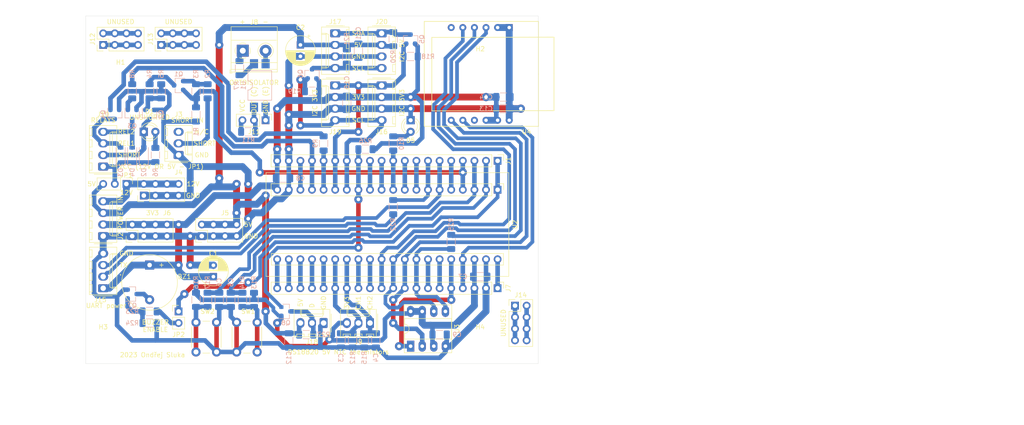
<source format=kicad_pcb>
(kicad_pcb (version 20221018) (generator pcbnew)
  (layers (0 "F.Cu" signal) (31 "B.Cu" signal) (34 "B.Paste" user) (35 "F.Paste" user) (36 "B.SilkS" user "B.Silkscreen") (37 "F.SilkS" user "F.Silkscreen") (38 "B.Mask" user) (39 "F.Mask" user) (44 "Edge.Cuts" user))
  (net 0 "")
  (net 1 "Net-(BZ1-Pad2)")
  (net 2 "+3V3")
  (net 3 "GND")
  (net 4 "+5V")
  (net 5 "/ADC_NTC1")
  (net 6 "/ADC_NTC2")
  (net 7 "/BUTTON1")
  (net 8 "/BUTTON2")
  (net 9 "Net-(D1-Pad2)")
  (net 10 "Net-(D1-Pad1)")
  (net 11 "Net-(D2-Pad1)")
  (net 12 "Net-(D3-Pad2)")
  (net 13 "Net-(D4-Pad2)")
  (net 14 "Net-(D5-Pad2)")
  (net 15 "/MCU_18")
  (net 16 "/PB9")
  (net 17 "/PB8")
  (net 18 "/PB7")
  (net 19 "/PB6")
  (net 20 "/PB5")
  (net 21 "/PB4")
  (net 22 "/PB3")
  (net 23 "/PA15")
  (net 24 "/PA12")
  (net 25 "/PA11")
  (net 26 "/PA10")
  (net 27 "/PA9")
  (net 28 "/PA8")
  (net 29 "/PB15")
  (net 30 "/BUZZER")
  (net 31 "+12V")
  (net 32 "Net-(J3-Pad3)")
  (net 33 "Net-(J3-Pad2)")
  (net 34 "/VBat")
  (net 35 "/PC13")
  (net 36 "/PC14")
  (net 37 "/PC15")
  (net 38 "/RES")
  (net 39 "/PA2")
  (net 40 "/PA3")
  (net 41 "/PA4")
  (net 42 "/PA5")
  (net 43 "/MISO")
  (net 44 "/MOSI")
  (net 45 "/PB0")
  (net 46 "/PB10")
  (net 47 "/MCU_40")
  (net 48 "Net-(J8-Pad2)")
  (net 49 "Net-(J8-Pad1)")
  (net 50 "Net-(J11-Pad3)")
  (net 51 "Net-(J11-Pad2)")
  (net 52 "Net-(J11-Pad1)")
  (net 53 "Net-(J12-Pad2)")
  (net 54 "Net-(J12-Pad1)")
  (net 55 "/onewire_5V")
  (net 56 "/SCL_5V")
  (net 57 "/SDA_5V")
  (net 58 "Net-(JP2-Pad2)")
  (net 59 "Net-(Q1-Pad3)")
  (net 60 "Net-(Q1-Pad1)")
  (net 61 "Net-(Q2-Pad1)")
  (net 62 "Net-(Q3-Pad1)")
  (net 63 "Net-(Q4-Pad1)")
  (net 64 "Net-(R7-Pad1)")
  (net 65 "Net-(R13-Pad2)")
  (net 66 "Net-(R16-Pad2)")
  (net 67 "Net-(U4-Pad6)")
  (net 68 "Net-(U4-Pad9)")
  (net 69 "Net-(Q7-Pad1)")
  (net 70 "Net-(J14-Pad2)")
  (net 71 "Net-(R25-Pad1)")
  (net 72 "/PB1")
  (net 73 "/PB2")
  (net 74 "Net-(J13-Pad2)")
  (net 75 "Net-(J13-Pad1)")
  (net 76 "Net-(J14-Pad1)")
  (net 77 "Net-(J15-Pad2)")
  (footprint "Capacitor_THT:CP_Radial_D6.3mm_P2.50mm" (layer "F.Cu") (at 97.79 82.55 -90)
    (fp_text reference "C2")
    (fp_text value "100u")
  )
  (footprint "LED_THT:LED_D3.0mm" (layer "F.Cu") (at 63.5 101.6)
    (fp_text reference "D1")
    (fp_text value "GREEN")
  )
  (footprint "LED_THT:LED_D3.0mm" (layer "F.Cu") (at 121.92 99.06 -90)
    (fp_text reference "D5")
    (fp_text value "RED")
  )
  (footprint "Connector_Molex:Molex_KK-254_AE-6410-03A_1x03_P2.54mm_Vertical" (layer "F.Cu") (at 71.12 106.68 90)
    (fp_text reference "J3")
    (fp_text value "Conn_01x03")
  )
  (footprint "Connector_PinHeader_2.54mm:PinHeader_2x04_P2.54mm_Vertical" (layer "F.Cu") (at 63.5 115.57 90)
    (fp_text reference "J4")
    (fp_text value "Conn_02x04_Odd_Even")
  )
  (footprint "Connector_PinHeader_2.54mm:PinHeader_1x20_P2.54mm_Vertical" (layer "F.Cu") (at 140.97 135.89 -90)
    (fp_text reference "J7")
    (fp_text value "Conn_01x20_Male")
  )
  (footprint "TerminalBlock_Phoenix:TerminalBlock_Phoenix_MKDS-1,5-2_1x02_P5.00mm_Horizontal" (layer "F.Cu") (at 85.17 83.82)
    (fp_text reference "J8")
    (fp_text value "Screw_Terminal_01x02")
  )
  (footprint "Connector_Molex:Molex_KK-254_AE-6410-04A_1x04_P2.54mm_Vertical" (layer "F.Cu") (at 54.61 109.22 90)
    (fp_text reference "J10")
    (fp_text value "Conn_01x04")
  )
  (footprint "Connector_Molex:Molex_KK-254_AE-6410-04A_1x04_P2.54mm_Vertical" (layer "F.Cu") (at 54.61 135.89 90)
    (fp_text reference "J15")
    (fp_text value "Conn_01x04")
  )
  (footprint "Connector_Molex:Molex_KK-254_AE-6410-03A_1x03_P2.54mm_Vertical" (layer "F.Cu") (at 102.87 143.51 180)
    (fp_text reference "J18")
    (fp_text value "Conn_01x03")
  )
  (footprint "Connector_Molex:Molex_KK-254_AE-6410-04A_1x04_P2.54mm_Vertical" (layer "F.Cu") (at 115.57 91.44 -90)
    (fp_text reference "J16")
    (fp_text value "Conn_01x04")
  )
  (footprint "Connector_Molex:Molex_KK-254_AE-6410-04A_1x04_P2.54mm_Vertical" (layer "F.Cu") (at 105.41 80.01 -90)
    (fp_text reference "J17")
    (fp_text value "Conn_01x04")
  )
  (footprint "Connector_Molex:Molex_KK-254_AE-6410-04A_1x04_P2.54mm_Vertical" (layer "F.Cu") (at 105.41 91.44 -90)
    (fp_text reference "J19")
    (fp_text value "Conn_01x04")
  )
  (footprint "Connector_PinHeader_2.54mm:PinHeader_1x03_P2.54mm_Vertical" (layer "F.Cu") (at 59.69 113.03 -90)
    (fp_text reference "JP1")
    (fp_text value "Jumper_3_Bridged12")
  )
  (footprint "Connector_PinHeader_2.54mm:PinHeader_1x02_P2.54mm_Vertical" (layer "F.Cu") (at 71.12 140.97)
    (fp_text reference "JP2")
    (fp_text value "Jumper")
  )
  (footprint "Button_Switch_THT:SW_PUSH_6mm_H4.3mm" (layer "F.Cu") (at 88.32 143.36 -90)
    (fp_text reference "SW1")
    (fp_text value "SW_Push")
  )
  (footprint "Button_Switch_THT:SW_PUSH_6mm_H4.3mm" (layer "F.Cu") (at 74.93 149.86 90)
    (fp_text reference "SW2")
    (fp_text value "SW_Push")
  )
  (footprint "Connector_Molex:Molex_KK-254_AE-6410-04A_1x04_P2.54mm_Vertical" (layer "F.Cu") (at 115.57 80.01 -90)
    (fp_text reference "J20")
    (fp_text value "Conn_01x04")
  )
  (footprint "Capacitor_THT:CP_Radial_D6.3mm_P2.50mm" (layer "F.Cu") (at 78.74 133.35 90)
    (fp_text reference "C1")
    (fp_text value "100u")
  )
  (footprint "Connector_PinHeader_2.54mm:PinHeader_1x03_P2.54mm_Vertical" (layer "F.Cu") (at 90.17 99.06 -90)
    (fp_text reference "J11")
    (fp_text value "Conn_01x03_Male")
  )
  (footprint "Connector_PinHeader_2.54mm:PinHeader_2x04_P2.54mm_Vertical" (layer "F.Cu") (at 60.96 124.46 90)
    (fp_text reference "J6")
    (fp_text value "Conn_02x04_Odd_Even")
  )
  (footprint "Connector_Molex:Molex_KK-254_AE-6410-04A_1x04_P2.54mm_Vertical" (layer "F.Cu") (at 54.61 124.46 90)
    (fp_text reference "J2")
    (fp_text value "Conn_01x04")
  )
  (footprint "MountingHole:MountingHole_3.2mm_M3" (layer "F.Cu") (at 54.61 88.9)
    (fp_text reference "H1")
    (fp_text value "MountingHole")
  )
  (footprint "MountingHole:MountingHole_3.2mm_M3" (layer "F.Cu") (at 137.16 148.59)
    (fp_text reference "H4")
    (fp_text value "MountingHole")
  )
  (footprint "MountingHole:MountingHole_3.2mm_M3" (layer "F.Cu") (at 54.61 148.59)
    (fp_text reference "H3")
    (fp_text value "MountingHole")
  )
  (footprint "Package_DIP:DIP-8_W7.62mm_Socket_LongPads" (layer "F.Cu") (at 121.92 148.59 90)
    (fp_text reference "U3")
    (fp_text value "MX25L8006EM1I-12G")
  )
  (footprint "Connector_Molex:Molex_KK-254_AE-6410-03A_1x03_P2.54mm_Vertical" (layer "F.Cu") (at 113.03 143.51 180)
    (fp_text reference "J9")
    (fp_text value "Conn_01x03")
  )
  (footprint "Connector_PinHeader_2.54mm:PinHeader_2x04_P2.54mm_Vertical" (layer "F.Cu") (at 76.2 124.46 90)
    (fp_text reference "J5")
    (fp_text value "Conn_02x04_Odd_Even")
  )
  (footprint "Buzzer_Beeper:Buzzer_12x9.5RM7.6" (layer "F.Cu") (at 64.77 130.81 -90)
    (fp_text reference "BZ1")
    (fp_text value "Buzzer")
  )
  (footprint "zvire-vetrnik-control:YAAJ_WeAct_BlackPill_2" (layer "F.Cu") (at 140.97 114.3 -90)
    (fp_text reference "U2")
    (fp_text value "YAAJ_WeAct_BlackPill_Part_Like" hide)
  )
  (footprint "Connector_PinHeader_2.54mm:PinHeader_1x20_P2.54mm_Vertical" (layer "F.Cu") (at 140.97 107.95 -90)
    (fp_text reference "J1")
    (fp_text value "Conn_01x20_Male")
  )
  (footprint "MountingHole:MountingHole_3.2mm_M3" (layer "F.Cu") (at 137.16 87.63)
    (fp_text reference "H2")
    (fp_text value "MountingHole")
  )
  (footprint "zvire-vetrnik-control:WIZ850io" (layer "F.Cu") (at 143.51 88.9 -90)
    (fp_text reference "U4")
    (fp_text value "WIZ850io")
  )
  (footprint "Connector_PinHeader_2.54mm:PinHeader_2x04_P2.54mm_Vertical" (layer "F.Cu") (at 54.61 82.55 90)
    (fp_text reference "J12")
    (fp_text value "Conn_02x04_Odd_Even")
  )
  (footprint "Connector_PinHeader_2.54mm:PinHeader_2x04_P2.54mm_Vertical" (layer "F.Cu") (at 67.31 82.55 90)
    (fp_text reference "J13")
    (fp_text value "Conn_02x04_Odd_Even")
  )
  (footprint "Connector_PinHeader_2.54mm:PinHeader_2x04_P2.54mm_Vertical" (layer "F.Cu") (at 144.78 139.7)
    (fp_text reference "J14")
    (fp_text value "Conn_02x04_Odd_Even")
  )
  (footprint "Capacitor_SMD:C_1206_3216Metric_Pad1.33x1.80mm_HandSolder" (layer "B.Cu") (at 80.01 138.43 -90)
    (fp_text reference "C6")
    (fp_text value "100n")
  )
  (footprint "Capacitor_SMD:C_1206_3216Metric_Pad1.33x1.80mm_HandSolder" (layer "B.Cu") (at 95.25 147.32 -90)
    (fp_text reference "C12")
    (fp_text value "100n")
  )
  (footprint "Capacitor_SMD:C_1206_3216Metric_Pad1.33x1.80mm_HandSolder" (layer "B.Cu") (at 107.95 95.25 -90)
    (fp_text reference "C10")
    (fp_text value "100n")
  )
  (footprint "Capacitor_SMD:C_1206_3216Metric_Pad1.33x1.80mm_HandSolder" (layer "B.Cu") (at 110.49 83.82 -90)
    (fp_text reference "C11")
    (fp_text value "100n")
  )
  (footprint "Diode_SMD:D_SOD-123" (layer "B.Cu") (at 63.5 106.68 90)
    (fp_text reference "D2")
    (fp_text value "1N4148W")
  )
  (footprint "Diode_SMD:D_SOD-123" (layer "B.Cu") (at 58.42 106.68 90)
    (fp_text reference "D3")
    (fp_text value "1N4148W")
  )
  (footprint "Diode_SMD:D_SOD-123" (layer "B.Cu") (at 60.96 106.68 90)
    (fp_text reference "D4")
    (fp_text value "1N4148W")
  )
  (footprint "Package_TO_SOT_SMD:SOT-23" (layer "B.Cu") (at 64.77 97.79 -90)
    (fp_text reference "Q2")
    (fp_text value "BC847")
  )
  (footprint "Package_TO_SOT_SMD:SOT-23" (layer "B.Cu") (at 60.96 97.79 -90)
    (fp_text reference "Q3")
    (fp_text value "BC847")
  )
  (footprint "Package_TO_SOT_SMD:SOT-23" (layer "B.Cu") (at 60.96 137.16)
    (fp_text reference "Q7")
    (fp_text value "BC847")
  )
  (footprint "Package_TO_SOT_SMD:SOT-23" (layer "B.Cu") (at 121.92 81.28 90)
    (fp_text reference "Q5")
    (fp_text value "BSS138")
  )
  (footprint "Package_TO_SOT_SMD:SOT-23" (layer "B.Cu") (at 100.33 88.9 90)
    (fp_text reference "Q6")
    (fp_text value "BSS138")
  )
  (footprint "Resistor_SMD:R_1206_3216Metric_Pad1.30x1.75mm_HandSolder" (layer "B.Cu") (at 74.93 97.79 -90)
    (fp_text reference "R1")
    (fp_text value "10k")
  )
  (footprint "Resistor_SMD:R_1206_3216Metric_Pad1.30x1.75mm_HandSolder" (layer "B.Cu") (at 66.04 106.68 90)
    (fp_text reference "R6")
    (fp_text value "1k")
  )
  (footprint "Resistor_SMD:R_1206_3216Metric_Pad1.30x1.75mm_HandSolder" (layer "B.Cu") (at 84.455 87.63 90)
    (fp_text reference "R7")
    (fp_text value "1k")
  )
  (footprint "Resistor_SMD:R_1206_3216Metric_Pad1.30x1.75mm_HandSolder" (layer "B.Cu") (at 60.96 92.71 90)
    (fp_text reference "R8")
    (fp_text value "1k")
  )
  (footprint "Resistor_SMD:R_1206_3216Metric_Pad1.30x1.75mm_HandSolder" (layer "B.Cu") (at 102.87 104.14 -90)
    (fp_text reference "R9")
    (fp_text value "1k")
  )
  (footprint "Resistor_SMD:R_1206_3216Metric_Pad1.30x1.75mm_HandSolder" (layer "B.Cu") (at 118.11 104.14 90)
    (fp_text reference "R10")
    (fp_text value "330")
  )
  (footprint "Resistor_SMD:R_1206_3216Metric_Pad1.30x1.75mm_HandSolder" (layer "B.Cu") (at 86.36 101.6)
    (fp_text reference "R11")
    (fp_text value "10k")
  )
  (footprint "Resistor_SMD:R_1206_3216Metric_Pad1.30x1.75mm_HandSolder" (layer "B.Cu") (at 87.63 138.43 -90)
    (fp_text reference "R13")
    (fp_text value "10k")
  )
  (footprint "Resistor_SMD:R_1206_3216Metric_Pad1.30x1.75mm_HandSolder" (layer "B.Cu") (at 85.09 138.43 -90)
    (fp_text reference "R14")
    (fp_text value "10k")
  )
  (footprint "Resistor_SMD:R_1206_3216Metric_Pad1.30x1.75mm_HandSolder" (layer "B.Cu") (at 74.93 138.43 -90)
    (fp_text reference "R16")
    (fp_text value "10k")
  )
  (footprint "Resistor_SMD:R_1206_3216Metric_Pad1.30x1.75mm_HandSolder" (layer "B.Cu") (at 77.47 138.43 -90)
    (fp_text reference "R17")
    (fp_text value "10k")
  )
  (footprint "Resistor_SMD:R_1206_3216Metric_Pad1.30x1.75mm_HandSolder" (layer "B.Cu") (at 121.92 85.09 180)
    (fp_text reference "R18")
    (fp_text value "10k")
  )
  (footprint "Resistor_SMD:R_1206_3216Metric_Pad1.30x1.75mm_HandSolder" (layer "B.Cu") (at 100.33 92.71 180)
    (fp_text reference "R19")
    (fp_text value "10k")
  )
  (footprint "Resistor_SMD:R_1206_3216Metric_Pad1.30x1.75mm_HandSolder" (layer "B.Cu") (at 99.06 146.05)
    (fp_text reference "R27")
    (fp_text value "10k")
  )
  (footprint "Resistor_SMD:R_1206_3216Metric_Pad1.30x1.75mm_HandSolder" (layer "B.Cu") (at 118.11 81.28 90)
    (fp_text reference "R20")
    (fp_text value "10k")
  )
  (footprint "Resistor_SMD:R_1206_3216Metric_Pad1.30x1.75mm_HandSolder" (layer "B.Cu") (at 107.95 85.09 -90)
    (fp_text reference "R21")
    (fp_text value "10k")
  )
  (footprint "Package_DIP:SMDIP-4_W9.53mm" (layer "B.Cu") (at 88.9 91.44 -90)
    (fp_text reference "U1")
    (fp_text value "LTV-817S")
  )
  (footprint "Package_TO_SOT_SMD:SOT-23" (layer "B.Cu") (at 57.15 97.79 -90)
    (fp_text reference "Q4")
    (fp_text value "BC847")
  )
  (footprint "Capacitor_SMD:C_1206_3216Metric_Pad1.33x1.80mm_HandSolder" (layer "B.Cu") (at 128.27 146.05)
    (fp_text reference "C9")
    (fp_text value "100n")
  )
  (footprint "Resistor_SMD:R_1206_3216Metric_Pad1.30x1.75mm_HandSolder" (layer "B.Cu") (at 67.31 92.71 90)
    (fp_text reference "R5")
    (fp_text value "10k")
  )
  (footprint "Resistor_SMD:R_1206_3216Metric_Pad1.30x1.75mm_HandSolder" (layer "B.Cu") (at 64.77 92.71 90)
    (fp_text reference "R4")
    (fp_text value "1k")
  )
  (footprint "Resistor_SMD:R_1206_3216Metric_Pad1.30x1.75mm_HandSolder" (layer "B.Cu") (at 111.76 147.32 -90)
    (fp_text reference "R15")
    (fp_text value "4k7")
  )
  (footprint "Resistor_SMD:R_1206_3216Metric_Pad1.30x1.75mm_HandSolder" (layer "B.Cu") (at 109.22 147.32 -90)
    (fp_text reference "R12")
    (fp_text value "4k7")
  )
  (footprint "Capacitor_SMD:C_1206_3216Metric_Pad1.33x1.80mm_HandSolder" (layer "B.Cu") (at 114.3 147.32 -90)
    (fp_text reference "C4")
    (fp_text value "100n")
  )
  (footprint "Capacitor_SMD:C_1206_3216Metric_Pad1.33x1.80mm_HandSolder" (layer "B.Cu") (at 106.68 147.32 -90)
    (fp_text reference "C3")
    (fp_text value "100n")
  )
  (footprint "Resistor_SMD:R_1206_3216Metric_Pad1.30x1.75mm_HandSolder" (layer "B.Cu") (at 112.04 105.41 180)
    (fp_text reference "R26")
    (fp_text value "10k")
  )
  (footprint "Package_TO_SOT_SMD:SOT-23" (layer "B.Cu") (at 94.615 140.97)
    (fp_text reference "Q8")
    (fp_text value "BSS138")
  )
  (footprint "Resistor_SMD:R_1206_3216Metric_Pad1.30x1.75mm_HandSolder" (layer "B.Cu") (at 118.11 118.11 90)
    (fp_text reference "R22")
    (fp_text value "0")
  )
  (footprint "Resistor_SMD:R_1206_3216Metric_Pad1.30x1.75mm_HandSolder" (layer "B.Cu") (at 77.47 92.71 -90)
    (fp_text reference "R2")
    (fp_text value "1k")
  )
  (footprint "Resistor_SMD:R_1206_3216Metric_Pad1.30x1.75mm_HandSolder" (layer "B.Cu") (at 74.93 92.71 90)
    (fp_text reference "R3")
    (fp_text value "10k")
  )
  (footprint "Package_TO_SOT_SMD:SOT-23" (layer "B.Cu") (at 71.12 91.44 180)
    (fp_text reference "Q1")
    (fp_text value "BC857")
  )
  (footprint "Resistor_SMD:R_1206_3216Metric_Pad1.30x1.75mm_HandSolder" (layer "B.Cu") (at 64.77 143.51)
    (fp_text reference "R24")
    (fp_text value "10k")
  )
  (footprint "Resistor_SMD:R_1206_3216Metric_Pad1.30x1.75mm_HandSolder" (layer "B.Cu") (at 64.77 140.97)
    (fp_text reference "R23")
    (fp_text value "1k")
  )
  (footprint "Capacitor_SMD:C_1206_3216Metric_Pad1.33x1.80mm_HandSolder" (layer "B.Cu") (at 93.98 111.76)
    (fp_text reference "C8")
    (fp_text value "10u")
  )
  (footprint "Capacitor_SMD:C_1206_3216Metric_Pad1.33x1.80mm_HandSolder" (layer "B.Cu") (at 137.16 133.35)
    (fp_text reference "C7")
    (fp_text value "100n")
  )
  (footprint "Resistor_SMD:R_1206_3216Metric_Pad1.30x1.75mm_HandSolder" (layer "B.Cu") (at 130.81 125.73 -90)
    (fp_text reference "R25")
    (fp_text value "0")
  )
  (footprint "Capacitor_SMD:C_1206_3216Metric_Pad1.33x1.80mm_HandSolder" (layer "B.Cu") (at 142.24 93.98)
    (fp_text reference "C14")
    (fp_text value "10u")
  )
  (footprint "Capacitor_SMD:C_1206_3216Metric_Pad1.33x1.80mm_HandSolder" (layer "B.Cu") (at 142.24 96.52)
    (fp_text reference "C13")
    (fp_text value "100n")
  )
  (footprint "Capacitor_SMD:C_1206_3216Metric_Pad1.33x1.80mm_HandSolder" (layer "B.Cu") (at 82.55 138.43 -90)
    (fp_text reference "C5")
    (fp_text value "100n")
  )
  (gr_line (start 149.86 152.4) (end 50.8 152.4) (stroke (width 0.05)) (layer "Edge.Cuts"))
  (gr_line (start 50.8 76.2) (end 149.86 76.2) (stroke (width 0.05)) (layer "Edge.Cuts"))
  (gr_line (start 149.86 76.2) (end 149.86 152.4) (stroke (width 0.05)) (layer "Edge.Cuts"))
  (gr_line (start 50.8 152.4) (end 50.8 76.2) (stroke (width 0.05)) (layer "Edge.Cuts"))
  (gr_text "UNUSED" (at 71.12 77.47) (layer "F.SilkS") (effects (font (size 1 1))))
  (gr_text "UNUSED" (at 142.24 143.51 90) (layer "F.SilkS") (effects (font (size 1 1))))
  (gr_text "I2C 3V3" (at 100.965 95.25 90) (layer "F.SilkS") (effects (font (size 1 1))))
  (gr_text "GND" (at 76.2 106.68) (layer "F.SilkS") (effects (font (size 1 1))))
  (gr_text "NTC thermistors" (at 111.125 149.86) (layer "F.SilkS") (effects (font (size 1 1))))
  (gr_text "GND" (at 110.49 85.09) (layer "F.SilkS") (effects (font (size 1 1))))
  (gr_text "I2C 3V3" (at 120.015 95.25 90) (layer "F.SilkS") (effects (font (size 1 1))))
  (gr_text "UNSHORTED" (at 64.77 98.425) (layer "F.SilkS") (effects (font (size 1 1))))
  (gr_text "GND" (at 110.49 96.52) (layer "F.SilkS") (effects (font (size 1 1))))
  (gr_text "SCL" (at 110.49 99.06) (layer "F.SilkS") (effects (font (size 1 1))))
  (gr_text "5V" (at 97.79 139.065 90) (layer "F.SilkS") (effects (font (size 1 1))))
  (gr_text "SHORT" (at 76.835 104.14) (layer "F.SilkS") (effects (font (size 1 1))))
  (gr_text "N/C" (at 76.2 101.6) (layer "F.SilkS") (effects (font (size 1 1))))
  (gr_text "SHORT IN" (at 73.025 99.06) (layer "F.SilkS") (effects (font (size 1 1))))
  (gr_text "RELAYS" (at 54.61 99.06) (layer "F.SilkS") (effects (font (size 1 1))))
  (gr_text "DS18B20 5V" (at 99.695 149.86) (layer "F.SilkS") (effects (font (size 1 1))))
  (gr_text "SHORT" (at 60.325 106.68) (layer "F.SilkS") (effects (font (size 1 1))))
  (gr_text "5V" (at 86.36 121.92) (layer "F.SilkS") (effects (font (size 1 1))))
  (gr_text "2023 Ondřej Sluka" (at 65.405 150.495) (layer "F.SilkS") (effects (font (size 1 1))))
  (gr_text "I2C 5V" (at 120.015 83.82 90) (layer "F.SilkS") (effects (font (size 1 1))))
  (gr_text "BUZZER\nENABLE" (at 66.04 144.145) (layer "F.SilkS") (effects (font (size 1 1))))
  (gr_text "SCL" (at 110.49 87.63) (layer "F.SilkS") (effects (font (size 1 1))))
  (gr_text "GND" (at 74.295 115.57) (layer "F.SilkS") (effects (font (size 1 1))))
  (gr_text "CH2" (at 113.03 139.065 90) (layer "F.SilkS") (effects (font (size 1 1))))
  (gr_text "GND" (at 86.995 124.46) (layer "F.SilkS") (effects (font (size 1 1))))
  (gr_text "REL1" (at 59.69 104.14) (layer "F.SilkS") (effects (font (size 1 1))))
  (gr_text "5V" (at 110.49 82.55) (layer "F.SilkS") (effects (font (size 1 1))))
  (gr_text "GND (E)" (at 90.17 94.615 90) (layer "F.SilkS") (effects (font (size 1 1))))
  (gr_text "REL2" (at 59.69 101.6) (layer "F.SilkS") (effects (font (size 1 1))))
  (gr_text ".\n." (at 58.42 133.35) (layer "F.SilkS") (effects (font (size 1 1))))
  (gr_text "3V3" (at 65.405 119.38) (layer "F.SilkS") (effects (font (size 1 1))))
  (gr_text "VCC (12V OR 5V - JP1)" (at 67.31 109.22) (layer "F.SilkS") (effects (font (size 1 1))))
  (gr_text "UART power" (at 55.245 139.7) (layer "F.SilkS") (effects (font (size 1 1))))
  (gr_text "VCC" (at 85.09 95.885 90) (layer "F.SilkS") (effects (font (size 1 1))))
  (gr_text "5V" (at 52.07 113.03) (layer "F.SilkS") (effects (font (size 1 1))))
  (gr_text "UNUSED" (at 58.42 77.47) (layer "F.SilkS") (effects (font (size 1 1))))
  (gr_text "OPTOISOLATOR" (at 87.63 90.805) (layer "F.SilkS") (effects (font (size 1 1))))
  (gr_text "SDA" (at 110.49 80.01) (layer "F.SilkS") (effects (font (size 1 1))))
  (gr_text "3V3" (at 107.95 139.065 90) (layer "F.SilkS") (effects (font (size 1 1))))
  (gr_text "TX" (at 59.055 130.81) (layer "F.SilkS") (effects (font (size 1 1))))
  (gr_text "3V3" (at 110.49 93.98) (layer "F.SilkS") (effects (font (size 1 1))))
  (gr_text "CH1" (at 110.49 139.065 90) (layer "F.SilkS") (effects (font (size 1 1))))
  (gr_text "OUT (C)" (at 87.63 94.615 90) (layer "F.SilkS") (effects (font (size 1 1))))
  (gr_text "GND" (at 102.87 139.065 90) (layer "F.SilkS") (effects (font (size 1 1))))
  (gr_text "12V" (at 74.295 113.03) (layer "F.SilkS") (effects (font (size 1 1))))
  (gr_text "D" (at 100.33 139.7 90) (layer "F.SilkS") (effects (font (size 1 1))))
  (gr_text "GND" (at 59.69 128.27) (layer "F.SilkS") (effects (font (size 1 1))))
  (gr_text "POWER IN" (at 58.42 119.38 90) (layer "F.SilkS") (effects (font (size 1 1))))
  (gr_text "+     -" (at 87.63 77.47) (layer "F.SilkS") (effects (font (size 1 1))))
  (gr_text "12V" (at 59.69 114.935) (layer "F.SilkS") (effects (font (size 1 1))))
  (segment (start 61.96 137.16) (end 63.52 137.16) (width 1) (layer "B.Cu") (net 1))
  (segment (start 63.52 137.16) (end 64.77 138.41) (width 1) (layer "B.Cu") (net 1))
  (segment (start 71.12 130.81) (end 71.12 121.92) (width 1.5) (layer "F.Cu") (net 2))
  (segment (start 102.6325 148.59) (end 95.255586 148.59) (width 1) (layer "F.Cu") (net 2))
  (segment (start 104.14 147.0825) (end 102.6325 148.59) (width 1) (layer "F.Cu") (net 2))
  (segment (start 92.71 105.41) (end 92.71 96.52) (width 1.5) (layer "F.Cu") (net 2))
  (segment (start 138.43 93.98) (end 121.92 93.98) (width 1.5) (layer "F.Cu") (net 2))
  (segment (start 92.712793 146.047207) (end 92.712793 143.507207) (width 1) (layer "F.Cu") (net 2))
  (segment (start 95.255586 148.59) (end 92.712793 146.047207) (width 1) (layer "F.Cu") (net 2))
  (via (at 71.12 130.81) (size 1.8) (drill 0.8) (layers "F.Cu" "B.Cu") (net 2))
  (via (at 121.92 93.98) (size 1.8) (drill 0.8) (layers "F.Cu" "B.Cu") (net 2))
  (via (at 92.71 96.52) (size 1.8) (drill 0.8) (layers "F.Cu" "B.Cu") (net 2))
  (via (at 104.14 147.0825) (size 1.8) (drill 0.8) (layers "F.Cu" "B.Cu") (net 2))
  (via (at 92.71 105.41) (size 1.8) (drill 0.8) (layers "F.Cu" "B.Cu") (net 2))
  (via (at 71.12 121.92) (size 1.8) (drill 0.8) (layers "F.Cu" "B.Cu") (net 2))
  (via (at 138.43 93.98) (size 1.8) (drill 0.8) (layers "F.Cu" "B.Cu") (net 2))
  (via (at 92.712793 143.507207) (size 1.8) (drill 0.8) (layers "F.Cu" "B.Cu") (net 2))
  (segment (start 66.04 121.92) (end 68.58 121.92) (width 1.5) (layer "B.Cu") (net 2))
  (segment (start 60.96 121.92) (end 63.5 121.92) (width 1.5) (layer "B.Cu") (net 2))
  (segment (start 63.5 121.92) (end 66.04 121.92) (width 1.5) (layer "B.Cu") (net 2))
  (segment (start 92.71 111.76) (end 92.71 107.95) (width 1) (layer "B.Cu") (net 2))
  (segment (start 135.89 133.35) (end 135.89 129.54) (width 1) (layer "B.Cu") (net 2))
  (segment (start 138.43 99.06) (end 140.97 99.06) (width 1.5) (layer "B.Cu") (net 2))
  (segment (start 140.6775 96.52) (end 140.6775 98.7675) (width 1) (layer "B.Cu") (net 2))
  (segment (start 140.6775 93.98) (end 140.6775 96.52) (width 1) (layer "B.Cu") (net 2))
  (segment (start 140.6775 98.7675) (end 140.97 99.06) (width 1) (layer "B.Cu") (net 2))
  (segment (start 71.12 121.92) (end 72.684037 121.92) (width 1.5) (layer "B.Cu") (net 2))
  (segment (start 135.89 135.89) (end 135.89 133.35) (width 1) (layer "B.Cu") (net 2))
  (segment (start 123.19 104.14) (end 115.57 104.14) (width 1) (layer "B.Cu") (net 2))
  (segment (start 107.95 93.6875) (end 107.95 93.98) (width 1) (layer "B.Cu") (net 2))
  (segment (start 92.71 114.3) (end 92.71 111.76) (width 1) (layer "B.Cu") (net 2))
  (segment (start 124.94999 143.99999) (end 124.46 143.51) (width 1.5) (layer "B.Cu") (net 2))
  (segment (start 91.870001 140.760001) (end 91.870001 140.153999) (width 0.8) (layer "B.Cu") (net 2))
  (segment (start 135.89 135.89) (end 135.89 139.7) (width 1.5) (layer "B.Cu") (net 2))
  (segment (start 88.974001 113.450001) (end 91.860001 113.450001) (width 1.5) (layer "B.Cu") (net 2))
  (segment (start 101.88 92.71) (end 101.88 94.26) (width 1) (layer "B.Cu") (net 2))
  (segment (start 107.95 143.51) (end 107.508638 143.51) (width 1) (layer "B.Cu") (net 2))
  (segment (start 103.992981 93.98) (end 105.41 93.98) (width 1.5) (layer "B.Cu") (net 2))
  (segment (start 121.92 140.97) (end 124.46 140.97) (width 1.5) (layer "B.Cu") (net 2))
  (segment (start 121.462782 141.427218) (end 117.52878 141.427218) (width 1) (layer "B.Cu") (net 2))
  (segment (start 72.39 133.35) (end 71.12 132.08) (width 1.5) (layer "B.Cu") (net 2))
  (segment (start 91.870001 140.153999) (end 90.146002 138.43) (width 0.8) (layer "B.Cu") (net 2))
  (segment (start 123.47 92.43) (end 121.92 93.98) (width 1) (layer "B.Cu") (net 2))
  (segment (start 93.615 142.605) (end 92.712793 143.507207) (width 1) (layer "B.Cu") (net 2))
  (segment (start 93.03 141.92) (end 91.870001 140.760001) (width 0.8) (layer "B.Cu") (net 2))
  (segment (start 93.615 141.92) (end 93.03 141.92) (width 0.8) (layer "B.Cu") (net 2))
  (segment (start 123.47 82.88) (end 122.87 82.28) (width 1) (layer "B.Cu") (net 2))
  (segment (start 126.7075 144.4875) (end 126.21999 143.99999) (width 1) (layer "B.Cu") (net 2))
  (segment (start 91.860001 113.450001) (end 92.71 114.3) (width 1.5) (layer "B.Cu") (net 2))
  (segment (start 124.46 140.97) (end 124.46 143.51) (width 1.5) (layer "B.Cu") (net 2))
  (segment (start 121.92 93.98) (end 115.57 93.98) (width 1.5) (layer "B.Cu") (net 2))
  (segment (start 124.46 95.247208) (end 124.46 102.87) (width 1) (layer "B.Cu") (net 2))
  (segment (start 92.71 96.52) (end 94.49499 94.73501) (width 1.5) (layer "B.Cu") (net 2))
  (segment (start 105.41 93.98) (end 115.57 93.98) (width 1.5) (layer "B.Cu") (net 2))
  (segment (start 106.238638 143.51) (end 107.95 143.51) (width 1) (layer "B.Cu") (net 2))
  (segment (start 78.74 133.35) (end 74.93 133.35) (width 1.5) (layer "B.Cu") (net 2))
  (segment (start 76.2 138.43) (end 87.63 138.43) (width 1) (layer "B.Cu") (net 2))
  (segment (start 61.018378 130.81) (end 71.12 130.81) (width 1.5) (layer "B.Cu") (net 2))
  (segment (start 92.4175 111.76) (end 92.71 111.76) (width 1) (layer "B.Cu") (net 2))
  (segment (start 101.88 90.5) (end 101.28 89.9) (width 1) (layer "B.Cu") (net 2))
  (segment (start 121.92 93.98) (end 123.192792 93.98) (width 1) (layer "B.Cu") (net 2))
  (segment (start 123.192792 93.98) (end 124.46 95.247208) (width 1) (layer "B.Cu") (net 2))
  (segment (start 126.21999 143.99999) (end 124.94999 143.99999) (width 1.5) (layer "B.Cu") (net 2))
  (segment (start 74.93 136.88) (end 74.93 133.35) (width 1) (layer "B.Cu") (net 2))
  (segment (start 74.93 133.35) (end 72.39 133.35) (width 1.5) (layer "B.Cu") (net 2))
  (segment (start 55.938378 135.89) (end 61.018378 130.81) (width 1.5) (layer "B.Cu") (net 2))
  (segment (start 123.47 85.09) (end 123.47 82.88) (width 1) (layer "B.Cu") (net 2))
  (segment (start 102.35501 94.73501) (end 103.237971 94.73501) (width 1.5) (layer "B.Cu") (net 2))
  (segment (start 135.89 139.7) (end 131.59001 143.99999) (width 1.5) (layer "B.Cu") (net 2))
  (segment (start 104.87999 146.34251) (end 104.14 147.0825) (width 1) (layer "B.Cu") (net 2))
  (segment (start 126.7075 145.7575) (end 126.7075 146.05) (width 1) (layer "B.Cu") (net 2))
  (segment (start 71.12 132.08) (end 71.12 130.81) (width 1.5) (layer "B.Cu") (net 2))
  (segment (start 101.88 92.71) (end 101.88 90.5) (width 1) (layer "B.Cu") (net 2))
  (segment (start 115.57 147.32) (end 104.3775 147.32) (width 1) (layer "B.Cu") (net 2))
  (segment (start 87.63 138.43) (end 87.63 136.88) (width 1) (layer "B.Cu") (net 2))
  (segment (start 131.59001 143.99999) (end 126.21999 143.99999) (width 1.5) (layer "B.Cu") (net 2))
  (segment (start 74.93 136.88) (end 74.93 137.16) (width 1) (layer "B.Cu") (net 2))
  (segment (start 124.46 102.87) (end 123.19 104.14) (width 1) (layer "B.Cu") (net 2))
  (segment (start 104.87999 144.868648) (end 106.238638 143.51) (width 1) (layer "B.Cu") (net 2))
  (segment (start 123.47 85.09) (end 123.47 92.43) (width 1) (layer "B.Cu") (net 2))
  (segment (start 113.59 105.41) (end 114.3 105.41) (width 1) (layer "B.Cu") (net 2))
  (segment (start 94.49499 94.73501) (end 102.35501 94.73501) (width 1.5) (layer "B.Cu") (net 2))
  (segment (start 93.615 141.92) (end 93.615 142.605) (width 1) (layer "B.Cu") (net 2))
  (segment (start 116.309999 142.645999) (end 116.309999 146.580001) (width 1) (layer "B.Cu") (net 2))
  (segment (start 135.5975 133.35) (end 135.89 133.35) (width 1) (layer "B.Cu") (net 2))
  (segment (start 86.854002 115.57) (end 88.974001 113.450001) (width 1.5) (layer "B.Cu") (net 2))
  (segment (start 54.61 121.92) (end 60.96 121.92) (width 1.5) (layer "B.Cu") (net 2))
  (segment (start 104.87999 144.868648) (end 104.87999 146.34251) (width 1) (layer "B.Cu") (net 2))
  (segment (start 104.3775 147.32) (end 104.14 147.0825) (width 1) (layer "B.Cu") (net 2))
  (segment (start 126.7075 146.05) (end 126.7075 144.4875) (width 1) (layer "B.Cu") (net 2))
  (segment (start 140.6775 93.98) (end 138.43 93.98) (width 1.5) (layer "B.Cu") (net 2))
  (segment (start 103.237971 94.73501) (end 103.992981 93.98) (width 1.5) (layer "B.Cu") (net 2))
  (segment (start 87.63 138.43) (end 90.146002 138.43) (width 1) (layer "B.Cu") (net 2))
  (segment (start 72.684037 121.92) (end 79.034037 115.57) (width 1.5) (layer "B.Cu") (net 2))
  (segment (start 126.7075 146.05) (end 126.7075 148.2975) (width 1) (layer "B.Cu") (net 2))
  (segment (start 115.57 93.98) (end 117.665 93.98) (width 1) (layer "B.Cu") (net 2))
  (segment (start 121.92 140.97) (end 121.462782 141.427218) (width 1) (layer "B.Cu") (net 2))
  (segment (start 79.034037 115.57) (end 86.854002 115.57) (width 1.5) (layer "B.Cu") (net 2))
  (segment (start 71.12 121.92) (end 68.58 121.92) (width 1.5) (layer "B.Cu") (net 2))
  (segment (start 54.61 135.89) (end 55.938378 135.89) (width 1.5) (layer "B.Cu") (net 2))
  (segment (start 74.93 137.16) (end 76.2 138.43) (width 1) (layer "B.Cu") (net 2))
  (segment (start 126.7075 148.2975) (end 127 148.59) (width 1) (layer "B.Cu") (net 2))
  (segment (start 117.52878 141.427218) (end 116.309999 142.645999) (width 1) (layer "B.Cu") (net 2))
  (segment (start 92.71 107.95) (end 92.71 105.41) (width 1.5) (layer "B.Cu") (net 2))
  (segment (start 101.88 94.26) (end 102.35501 94.73501) (width 1) (layer "B.Cu") (net 2))
  (segment (start 114.3 105.41) (end 115.57 104.14) (width 1) (layer "B.Cu") (net 2))
  (segment (start 116.309999 146.580001) (end 115.57 147.32) (width 1) (layer "B.Cu") (net 2))
  (segment (start 95.25 105.41) (end 95.25 100.191362) (width 1.5) (layer "F.Cu") (net 3))
  (segment (start 83.82 143.36) (end 83.82 149.86) (width 1) (layer "F.Cu") (net 3))
  (segment (start 79.43 143.36) (end 79.43 149.86) (width 1) (layer "F.Cu") (net 3))
  (segment (start 73.66 124.46) (end 73.66 130.81) (width 1.5) (layer "F.Cu") (net 3))
  (segment (start 146.05 96.52) (end 121.92 96.52) (width 1.5) (layer "F.Cu") (net 3))
  (segment (start 86.36 120.65) (end 86.36 113.03) (width 1.5) (layer "F.Cu") (net 3))
  (segment (start 95.25 97.79) (end 95.25 91.44) (width 1.5) (layer "F.Cu") (net 3))
  (via (at 95.25 100.191362) (size 1.8) (drill 0.8) (layers "F.Cu" "B.Cu") (net 3))
  (via (at 73.66 124.46) (size 1.8) (drill 0.8) (layers "F.Cu" "B.Cu") (net 3))
  (via (at 95.25 91.44) (size 1.8) (drill 0.8) (layers "F.Cu" "B.Cu") (net 3))
  (via (at 146.05 96.52) (size 1.8) (drill 0.8) (layers "F.Cu" "B.Cu") (net 3))
  (via (at 86.36 120.65) (size 1.8) (drill 0.8) (layers "F.Cu" "B.Cu") (net 3))
  (via (at 73.66 130.81) (size 1.8) (drill 0.8) (layers "F.Cu" "B.Cu") (net 3))
  (via (at 95.25 105.41) (size 1.8) (drill 0.8) (layers "F.Cu" "B.Cu") (net 3))
  (via (at 86.36 113.03) (size 1.8) (drill 0.8) (layers "F.Cu" "B.Cu") (net 3))
  (via (at 95.25 97.79) (size 1.8) (drill 0.8) (layers "F.Cu" "B.Cu") (net 3))
  (via (at 121.92 96.52) (size 1.8) (drill 0.8) (layers "F.Cu" "B.Cu") (net 3))
  (segment (start 63.5 124.46) (end 60.96 124.46) (width 1.5) (layer "B.Cu") (net 3))
  (segment (start 68.58 124.46) (end 66.04 124.46) (width 1.5) (layer "B.Cu") (net 3))
  (segment (start 66.04 115.57) (end 63.5 115.57) (width 1.5) (layer "B.Cu") (net 3))
  (segment (start 66.04 124.46) (end 63.5 124.46) (width 1.5) (layer "B.Cu") (net 3))
  (segment (start 71.12 115.57) (end 68.58 115.57) (width 1.5) (layer "B.Cu") (net 3))
  (segment (start 68.58 115.57) (end 66.04 115.57) (width 1.5) (layer "B.Cu") (net 3))
  (segment (start 78.74 124.46) (end 76.2 124.46) (width 1.5) (layer "B.Cu") (net 3))
  (segment (start 81.28 124.46) (end 78.74 124.46) (width 1.5) (layer "B.Cu") (net 3))
  (segment (start 83.82 124.46) (end 81.28 124.46) (width 1.5) (layer "B.Cu") (net 3))
  (segment (start 138.43 133.35) (end 138.43 129.54) (width 1) (layer "B.Cu") (net 3))
  (segment (start 95.25 111.76) (end 95.25 107.95) (width 1) (layer "B.Cu") (net 3))
  (segment (start 138.43 135.89) (end 138.43 133.35) (width 1) (layer "B.Cu") (net 3))
  (segment (start 138.7225 133.35) (end 138.43 133.35) (width 1) (layer "B.Cu") (net 3))
  (segment (start 140.97 78.74) (end 143.51 78.74) (width 1.5) (layer "B.Cu") (net 3))
  (segment (start 143.51 78.74) (end 143.51 99.06) (width 1.5) (layer "B.Cu") (net 3))
  (segment (start 143.8025 93.98) (end 143.51 93.98) (width 1) (layer "B.Cu") (net 3))
  (segment (start 143.8025 96.52) (end 143.51 96.52) (width 1) (layer "B.Cu") (net 3))
  (segment (start 61.91 96.229998) (end 62.99499 95.145008) (width 1) (layer "B.Cu") (net 3))
  (segment (start 82.55 142.09) (end 83.82 143.36) (width 1) (layer "B.Cu") (net 3))
  (segment (start 62.99499 93.21501) (end 63.5 92.71) (width 1) (layer "B.Cu") (net 3))
  (segment (start 67.31 92.71) (end 63.5 92.71) (width 1) (layer "B.Cu") (net 3))
  (segment (start 73.66 111.76) (end 73.66 114.3) (width 1.5) (layer "B.Cu") (net 3))
  (segment (start 93.042001 147.959999) (end 93.964502 148.8825) (width 1) (layer "B.Cu") (net 3))
  (segment (start 62.99499 95.145008) (end 62.99499 93.21501) (width 1) (layer "B.Cu") (net 3))
  (segment (start 52.61499 136.986352) (end 53.288648 137.66001) (width 1) (layer "B.Cu") (net 3))
  (segment (start 73.66 109.22) (end 85.09 109.22) (width 1.5) (layer "B.Cu") (net 3))
  (segment (start 57.65001 144.01001) (end 57.65001 137.66001) (width 1) (layer "B.Cu") (net 3))
  (segment (start 121.92 99.06) (end 121.92 96.52) (width 1) (layer "B.Cu") (net 3))
  (segment (start 76.89 147.32) (end 66.04 147.32) (width 1) (layer "B.Cu") (net 3))
  (segment (start 73.66 109.22) (end 73.66 111.76) (width 1.5) (layer "B.Cu") (net 3))
  (segment (start 95.25 100.191362) (end 95.25 97.79) (width 1.5) (layer "B.Cu") (net 3))
  (segment (start 109.22 148.87) (end 111.76 148.87) (width 1) (layer "B.Cu") (net 3))
  (segment (start 138.43 140.97) (end 138.43 135.89) (width 1.5) (layer "B.Cu") (net 3))
  (segment (start 93.964502 148.8825) (end 102.5775 148.8825) (width 1) (layer "B.Cu") (net 3))
  (segment (start 95.25 105.41) (end 95.25 107.95) (width 1.5) (layer "B.Cu") (net 3))
  (segment (start 130.81 148.59) (end 138.43 140.97) (width 1.5) (layer "B.Cu") (net 3))
  (segment (start 78.7 130.81) (end 78.74 130.85) (width 1.5) (layer "B.Cu") (net 3))
  (segment (start 84.240002 124.46) (end 86.36 122.340002) (width 1.5) (layer "B.Cu") (net 3))
  (segment (start 109.2075 148.8825) (end 109.22 148.87) (width 1) (layer "B.Cu") (net 3))
  (segment (start 68.090002 99.34) (end 67.840001 99.590001) (width 1) (layer "B.Cu") (net 3))
  (segment (start 79.43 149.86) (end 76.89 147.32) (width 1) (layer "B.Cu") (net 3))
  (segment (start 80.01 139.9925) (end 80.01 142.78) (width 1) (layer "B.Cu") (net 3))
  (segment (start 114.5925 148.8825) (end 116.84 151.13) (width 1) (layer "B.Cu") (net 3))
  (segment (start 68.58 124.46) (end 73.66 124.46) (width 1.5) (layer "B.Cu") (net 3))
  (segment (start 114.2875 148.87) (end 114.3 148.8825) (width 1) (layer "B.Cu") (net 3))
  (segment (start 106.68 148.8825) (end 109.2075 148.8825) (width 1) (layer "B.Cu") (net 3))
  (segment (start 109.22 85.09) (end 115.57 85.09) (width 1) (layer "B.Cu") (net 3))
  (segment (start 80.01 139.9925) (end 82.55 139.9925) (width 1) (layer "B.Cu") (net 3))
  (segment (start 73.66 130.81) (end 78.7 130.81) (width 1.5) (layer "B.Cu") (net 3))
  (segment (start 83.82 124.46) (end 84.240002 124.46) (width 1.5) (layer "B.Cu") (net 3))
  (segment (start 59.10002 136.21) (end 59.96 136.21) (width 1) (layer "B.Cu") (net 3))
  (segment (start 54.61 128.27) (end 54.61 124.46) (width 1.5) (layer "B.Cu") (net 3))
  (segment (start 129.54 148.59) (end 130.81 148.59) (width 1.5) (layer "B.Cu") (net 3))
  (segment (start 116.84 151.13) (end 128.27 151.13) (width 1) (layer "B.Cu") (net 3))
  (segment (start 54.61 128.27) (end 53.84001 129.03999) (width 1) (layer "B.Cu") (net 3))
  (segment (start 146.05 96.52) (end 143.8025 96.52) (width 1.5) (layer "B.Cu") (net 3))
  (segment (start 80.01 142.78) (end 79.43 143.36) (width 1) (layer "B.Cu") (net 3))
  (segment (start 67.31 91.16) (end 67.31 92.71) (width 1) (layer "B.Cu") (net 3))
  (segment (start 95.25 114.3) (end 95.25 111.76) (width 1) (layer "B.Cu") (net 3))
  (segment (start 104.14 96.52) (end 105.41 96.52) (width 1.5) (layer "B.Cu") (net 3))
  (segment (start 87.63998 119.37002) (end 89.403982 119.37002) (width 1.5) (layer "B.Cu") (net 3))
  (segment (start 95.25 86.36) (end 96.56 85.05) (width 1.5) (layer "B.Cu") (net 3))
  (segment (start 67.840001 103.588173) (end 67.840001 99.590001) (width 1) (layer "B.Cu") (net 3))
  (segment (start 93.670001 116.300001) (end 95.25 114.720002) (width 1.5) (layer "B.Cu") (net 3))
  (segment (start 102.87 143.51) (end 102.16001 144.21999) (width 1) (layer "B.Cu") (net 3))
  (segment (start 58.1 94.3) (end 59.69 92.71) (width 1) (layer "B.Cu") (net 3))
  (segment (start 129.8325 148.2975) (end 129.54 148.59) (width 1) (layer "B.Cu") (net 3))
  (segment (start 85.720001 147.959999) (end 93.042001 147.959999) (width 1) (layer "B.Cu") (net 3))
  (segment (start 95.25 97.79) (end 102.87 97.79) (width 1.5) (layer "B.Cu") (net 3))
  (segment (start 58.1 96.79) (end 58.1 94.3) (width 1) (layer "B.Cu") (net 3))
  (segment (start 54.61 124.46) (end 60.96 124.46) (width 1.5) (layer "B.Cu") (net 3))
  (segment (start 110.49 85.3825) (end 110.49 85.09) (width 1) (layer "B.Cu") (net 3))
  (segment (start 53.288648 137.66001) (end 57.65001 137.66001) (width 1) (layer "B.Cu") (net 3))
  (segment (start 68.411362 92.71) (end 67.31 92.71) (width 1) (layer "B.Cu") (net 3))
  (segment (start 89.403982 119.37002) (end 92.474001 116.300001) (width 1.5) (layer "B.Cu") (net 3))
  (segment (start 114.3 148.8825) (end 114.5925 148.8825) (width 1) (layer "B.Cu") (net 3))
  (segment (start 69.08501 93.383648) (end 69.08501 95.804992) (width 1) (layer "B.Cu") (net 3))
  (segment (start 72.39 115.57) (end 71.12 115.57) (width 1.5) (layer "B.Cu") (net 3))
  (segment (start 86.36 122.340002) (end 86.36 120.65) (width 1.5) (layer "B.Cu") (net 3))
  (segment (start 95.5425 111.76) (end 95.25 111.76) (width 1) (layer "B.Cu") (net 3))
  (segment (start 129.8325 146.05) (end 129.8325 148.2975) (width 1) (layer "B.Cu") (net 3))
  (segment (start 95.25 91.44) (end 95.25 86.36) (width 1.5) (layer "B.Cu") (net 3))
  (segment (start 71.12 106.68) (end 73.66 109.22) (width 1.5) (layer "B.Cu") (net 3))
  (segment (start 67.58 96.79) (end 67.840001 97.050001) (width 1) (layer "B.Cu") (net 3))
  (segment (start 60.96 92.71) (end 59.69 92.71) (width 1) (layer "B.Cu") (net 3))
  (segment (start 74.93 99.34) (end 68.090002 99.34) (width 1) (layer "B.Cu") (net 3))
  (segment (start 129.54 149.86) (end 129.54 148.59) (width 1) (layer "B.Cu") (net 3))
  (segment (start 71.12 106.68) (end 70.931828 106.68) (width 1) (layer "B.Cu") (net 3))
  (segment (start 95.25 114.720002) (end 95.25 114.3) (width 1.5) (layer "B.Cu") (net 3))
  (segment (start 106.68 148.8825) (end 101.8925 148.8825) (width 1) (layer "B.Cu") (net 3))
  (segment (start 61.91 96.79) (end 61.91 96.229998) (width 1) (layer "B.Cu") (net 3))
  (segment (start 102.87 97.79) (end 104.14 96.52) (width 1.5) (layer "B.Cu") (net 3))
  (segment (start 52.61499 130.076838) (end 52.61499 136.986352) (width 1) (layer "B.Cu") (net 3))
  (segment (start 102.16001 144.21999) (end 102.16001 148.46501) (width 1) (layer "B.Cu") (net 3))
  (segment (start 53.651838 129.03999) (end 52.61499 130.076838) (width 1) (layer "B.Cu") (net 3))
  (segment (start 85.09 109.22) (end 86.36 110.49) (width 1.5) (layer "B.Cu") (net 3))
  (segment (start 128.27 151.13) (end 129.54 149.86) (width 1) (layer "B.Cu") (net 3))
  (segment (start 72.39 115.57) (end 73.66 115.57) (width 1.5) (layer "B.Cu") (net 3))
  (segment (start 57.65001 144.01001) (end 60.96 147.32) (width 1) (layer "B.Cu") (net 3))
  (segment (start 83.82 149.86) (end 79.43 149.86) (width 1) (layer "B.Cu") (net 3))
  (segment (start 70.931828 106.68) (end 67.840001 103.588173) (width 1) (layer "B.Cu") (net 3))
  (segment (start 73.66 124.46) (end 76.2 124.46) (width 1.5) (layer "B.Cu") (net 3))
  (segment (start 102.16001 148.46501) (end 102.5775 148.8825) (width 1) (layer "B.Cu") (net 3))
  (segment (start 105.41 96.52) (end 115.57 96.52) (width 1.5) (layer "B.Cu") (net 3))
  (segment (start 63.5 92.71) (end 60.96 92.71) (width 1) (layer "B.Cu") (net 3))
  (segment (start 66.04 147.32) (end 60.96 147.32) (width 1) (layer "B.Cu") (net 3))
  (segment (start 69.08501 95.804992) (end 67.840001 97.050001) (width 1) (layer "B.Cu") (net 3))
  (segment (start 53.84001 129.03999) (end 53.651838 129.03999) (width 1) (layer "B.Cu") (net 3))
  (segment (start 66.32 143.51) (end 66.32 147.04) (width 1) (layer "B.Cu") (net 3))
  (segment (start 65.72 96.79) (end 67.58 96.79) (width 1) (layer "B.Cu") (net 3))
  (segment (start 67.840001 99.590001) (end 67.840001 97.050001) (width 1) (layer "B.Cu") (net 3))
  (segment (start 57.65001 137.66001) (end 59.10002 136.21) (width 1) (layer "B.Cu") (net 3))
  (segment (start 83.82 149.86) (end 85.720001 147.959999) (width 1) (layer "B.Cu") (net 3))
  (segment (start 92.474001 116.300001) (end 93.670001 116.300001) (width 1.5) (layer "B.Cu") (net 3))
  (segment (start 105.41 85.09) (end 97.83 85.09) (width 1) (layer "B.Cu") (net 3))
  (segment (start 96.56 85.05) (end 97.79 85.05) (width 1.5) (layer "B.Cu") (net 3))
  (segment (start 105.41 85.09) (end 109.22 85.09) (width 1) (layer "B.Cu") (net 3))
  (segment (start 73.66 114.3) (end 73.66 115.57) (width 1.5) (layer "B.Cu") (net 3))
  (segment (start 111.76 148.87) (end 114.2875 148.87) (width 1) (layer "B.Cu") (net 3))
  (segment (start 66.32 147.04) (end 66.04 147.32) (width 1) (layer "B.Cu") (net 3))
  (segment (start 102.5775 148.8825) (end 103.1625 148.8825) (width 1) (layer "B.Cu") (net 3))
  (segment (start 86.36 110.49) (end 86.36 113.03) (width 1.5) (layer "B.Cu") (net 3))
  (segment (start 107.95 96.8125) (end 107.95 96.52) (width 1) (layer "B.Cu") (net 3))
  (segment (start 121.92 96.52) (end 115.57 96.52) (width 1.5) (layer "B.Cu") (net 3))
  (segment (start 97.83 85.09) (end 97.79 85.05) (width 1) (layer "B.Cu") (net 3))
  (segment (start 82.55 139.9925) (end 82.55 142.09) (width 1) (layer "B.Cu") (net 3))
  (segment (start 68.411362 92.71) (end 69.08501 93.383648) (width 1) (layer "B.Cu") (net 3))
  (segment (start 86.36 120.65) (end 87.63998 119.37002) (width 1.5) (layer "B.Cu") (net 3))
  (segment (start 80.01 111.76) (end 80.01 82.55) (width 1.5) (layer "F.Cu") (net 4))
  (segment (start 83.82 113.03) (end 83.82 119.38) (width 1.5) (layer "F.Cu") (net 4))
  (segment (start 90.17 115.57) (end 90.17 140.97) (width 1.5) (layer "F.Cu") (net 4))
  (via (at 90.17 140.97) (size 1.8) (drill 0.8) (layers "F.Cu" "B.Cu") (net 4))
  (via (at 80.01 82.55) (size 1.8) (drill 0.8) (layers "F.Cu" "B.Cu") (net 4))
  (via (at 80.01 111.76) (size 1.8) (drill 0.8) (layers "F.Cu" "B.Cu") (net 4))
  (via (at 90.17 115.57) (size 1.8) (drill 0.8) (layers "F.Cu" "B.Cu") (net 4))
  (via (at 83.82 119.38) (size 1.8) (drill 0.8) (layers "F.Cu" "B.Cu") (net 4))
  (via (at 83.82 113.03) (size 1.8) (drill 0.8) (layers "F.Cu" "B.Cu") (net 4))
  (segment (start 78.74 121.92) (end 81.28 121.92) (width 1.5) (layer "B.Cu") (net 4))
  (segment (start 76.2 121.92) (end 78.74 121.92) (width 1.5) (layer "B.Cu") (net 4))
  (segment (start 81.28 121.92) (end 83.82 121.92) (width 1.5) (layer "B.Cu") (net 4))
  (segment (start 92.4175 145.7575) (end 90.220001 143.560001) (width 1) (layer "B.Cu") (net 4))
  (segment (start 102.87 82.55) (end 105.41 82.55) (width 1) (layer "B.Cu") (net 4))
  (segment (start 78.247027 113.669992) (end 79.370008 113.669992) (width 1.5) (layer "B.Cu") (net 4))
  (segment (start 110.49 82.2575) (end 110.49 82.55) (width 1) (layer "B.Cu") (net 4))
  (segment (start 54.421828 119.38) (end 54.61 119.38) (width 1) (layer "B.Cu") (net 4))
  (segment (start 80.01 80.01) (end 81.28 78.74) (width 1.5) (layer "B.Cu") (net 4))
  (segment (start 90.17 115.57) (end 88.26999 117.47001) (width 1.5) (layer "B.Cu") (net 4))
  (segment (start 54.61 113.03) (end 52.61499 115.02501) (width 1) (layer "B.Cu") (net 4))
  (segment (start 52.61499 115.02501) (end 52.61499 117.573162) (width 1) (layer "B.Cu") (net 4))
  (segment (start 83.82 118.11) (end 83.82 119.38) (width 1.5) (layer "B.Cu") (net 4))
  (segment (start 97.79 82.55) (end 102.87 82.55) (width 1) (layer "B.Cu") (net 4))
  (segment (start 80.01 82.55) (end 80.01 80.01) (width 1.5) (layer "B.Cu") (net 4))
  (segment (start 84.45999 117.47001) (end 83.82 118.11) (width 1.5) (layer "B.Cu") (net 4))
  (segment (start 95.25 145.7575) (end 97.2175 145.7575) (width 1) (layer "B.Cu") (net 4))
  (segment (start 107.95 83.54) (end 107.95 82.55) (width 1) (layer "B.Cu") (net 4))
  (segment (start 74.347018 117.570001) (end 78.247027 113.669992) (width 1.5) (layer "B.Cu") (net 4))
  (segment (start 90.220001 143.560001) (end 90.220001 141.020001) (width 1) (layer "B.Cu") (net 4))
  (segment (start 118.11 82.83) (end 115.85 82.83) (width 1) (layer "B.Cu") (net 4))
  (segment (start 97.51 146.05) (end 97.51 143.79) (width 1) (layer "B.Cu") (net 4))
  (segment (start 60.377018 117.570001) (end 74.347018 117.570001) (width 1.5) (layer "B.Cu") (net 4))
  (segment (start 80.01 111.76) (end 80.01 113.03) (width 1.5) (layer "B.Cu") (net 4))
  (segment (start 115.85 82.83) (end 115.57 82.55) (width 1) (layer "B.Cu") (net 4))
  (segment (start 97.51 143.23) (end 97.79 143.51) (width 1) (layer "B.Cu") (net 4))
  (segment (start 95.25 145.7575) (end 92.4175 145.7575) (width 1) (layer "B.Cu") (net 4))
  (segment (start 52.61499 117.573162) (end 54.421828 119.38) (width 1) (layer "B.Cu") (net 4))
  (segment (start 90.220001 141.020001) (end 90.17 140.97) (width 1) (layer "B.Cu") (net 4))
  (segment (start 54.61 119.38) (end 58.567019 119.38) (width 1.5) (layer "B.Cu") (net 4))
  (segment (start 105.41 82.55) (end 109.22 82.55) (width 1) (layer "B.Cu") (net 4))
  (segment (start 80.01 113.03) (end 79.370008 113.669992) (width 1.5) (layer "B.Cu") (net 4))
  (segment (start 97.2175 145.7575) (end 97.51 146.05) (width 1) (layer "B.Cu") (net 4))
  (segment (start 83.82 119.38) (end 83.82 121.92) (width 1.5) (layer "B.Cu") (net 4))
  (segment (start 81.28 78.74) (end 96.52 78.74) (width 1.5) (layer "B.Cu") (net 4))
  (segment (start 83.180008 113.669992) (end 83.82 113.03) (width 1.5) (layer "B.Cu") (net 4))
  (segment (start 109.22 82.55) (end 115.57 82.55) (width 1) (layer "B.Cu") (net 4))
  (segment (start 88.26999 117.47001) (end 84.45999 117.47001) (width 1.5) (layer "B.Cu") (net 4))
  (segment (start 58.567019 119.38) (end 60.377018 117.570001) (width 1.5) (layer "B.Cu") (net 4))
  (segment (start 96.52 78.74) (end 97.79 80.01) (width 1.5) (layer "B.Cu") (net 4))
  (segment (start 79.370008 113.669992) (end 83.180008 113.669992) (width 1.5) (layer "B.Cu") (net 4))
  (segment (start 97.79 80.01) (end 97.79 82.55) (width 1.5) (layer "B.Cu") (net 4))
  (segment (start 97.51 143.79) (end 97.79 143.51) (width 1) (layer "B.Cu") (net 4))
  (segment (start 105.41 135.89) (end 105.41 129.54) (width 1) (layer "B.Cu") (net 5))
  (segment (start 109.22 140.97) (end 110.49 142.24) (width 1) (layer "B.Cu") (net 5))
  (segment (start 109.2075 145.7575) (end 109.22 145.77) (width 1) (layer "B.Cu") (net 5))
  (segment (start 106.68 140.97) (end 109.22 140.97) (width 1) (layer "B.Cu") (net 5))
  (segment (start 105.41 139.7) (end 106.68 140.97) (width 1) (layer "B.Cu") (net 5))
  (segment (start 109.22 145.77) (end 109.22 145.12) (width 1) (layer "B.Cu") (net 5))
  (segment (start 110.49 142.24) (end 110.49 143.51) (width 1) (layer "B.Cu") (net 5))
  (segment (start 109.22 145.12) (end 110.49 143.85) (width 1) (layer "B.Cu") (net 5))
  (segment (start 105.41 135.89) (end 105.41 139.7) (width 1) (layer "B.Cu") (net 5))
  (segment (start 106.68 145.7575) (end 109.2075 145.7575) (width 1) (layer "B.Cu") (net 5))
  (segment (start 110.49 143.85) (end 110.49 143.51) (width 1) (layer "B.Cu") (net 5))
  (segment (start 107.95 129.54) (end 107.95 135.89) (width 1) (layer "B.Cu") (net 6))
  (segment (start 113.03 145.465) (end 113.3225 145.7575) (width 1) (layer "B.Cu") (net 6))
  (segment (start 113.3225 145.7575) (end 111.7725 145.7575) (width 1) (layer "B.Cu") (net 6))
  (segment (start 113.03 143.51) (end 113.03 145.465) (width 1) (layer "B.Cu") (net 6))
  (segment (start 110.18499 139.56999) (end 109.08999 139.56999) (width 1) (layer "B.Cu") (net 6))
  (segment (start 109.08999 139.56999) (end 107.95 138.43) (width 1) (layer "B.Cu") (net 6))
  (segment (start 114.3 145.7575) (end 113.3225 145.7575) (width 1) (layer "B.Cu") (net 6))
  (segment (start 113.03 142.415) (end 110.18499 139.56999) (width 1) (layer "B.Cu") (net 6))
  (segment (start 113.03 143.51) (end 113.03 142.415) (width 1) (layer "B.Cu") (net 6))
  (segment (start 111.7725 145.7575) (end 111.76 145.77) (width 1) (layer "B.Cu") (net 6))
  (segment (start 107.95 138.43) (end 107.95 135.89) (width 1) (layer "B.Cu") (net 6))
  (segment (start 138.43 114.3) (end 138.43 107.95) (width 1) (layer "B.Cu") (net 7))
  (segment (start 135.710049 118.289951) (end 128.944188 118.289952) (width 0.8) (layer "B.Cu") (net 7))
  (segment (start 85.520001 132.919999) (end 82.55 135.89) (width 0.8) (layer "B.Cu") (net 7))
  (segment (start 108.676948 124.59998) (end 91.813878 124.59998) (width 0.8) (layer "B.Cu") (net 7))
  (segment (start 112.669989 124.099989) (end 109.176939 124.099989) (width 0.8) (layer "B.Cu") (net 7))
  (segment (start 82.55 135.89) (end 82.55 136.8675) (width 0.8) (layer "B.Cu") (net 7))
  (segment (start 113.09999 124.52999) (end 112.669989 124.099989) (width 0.8) (layer "B.Cu") (net 7))
  (segment (start 87.769981 131.940019) (end 86.790001 132.919999) (width 0.8) (layer "B.Cu") (net 7))
  (segment (start 138.43 115.57) (end 135.710049 118.289951) (width 0.8) (layer "B.Cu") (net 7))
  (segment (start 109.176939 124.099989) (end 108.676948 124.59998) (width 0.8) (layer "B.Cu") (net 7))
  (segment (start 85.0775 136.8675) (end 85.09 136.88) (width 1) (layer "B.Cu") (net 7))
  (segment (start 86.790001 132.919999) (end 85.520001 132.919999) (width 0.8) (layer "B.Cu") (net 7))
  (segment (start 87.769982 128.643876) (end 87.769981 129.400019) (width 0.8) (layer "B.Cu") (net 7))
  (segment (start 126.58414 120.65) (end 121.327012 120.65) (width 0.8) (layer "B.Cu") (net 7))
  (segment (start 91.813878 124.59998) (end 87.769982 128.643876) (width 0.8) (layer "B.Cu") (net 7))
  (segment (start 87.769981 129.400019) (end 87.769981 131.940019) (width 0.8) (layer "B.Cu") (net 7))
  (segment (start 117.447022 124.52999) (end 113.09999 124.52999) (width 0.8) (layer "B.Cu") (net 7))
  (segment (start 82.55 136.8675) (end 85.0775 136.8675) (width 1) (layer "B.Cu") (net 7))
  (segment (start 121.327012 120.65) (end 117.447022 124.52999) (width 0.8) (layer "B.Cu") (net 7))
  (segment (start 138.43 114.3) (end 138.43 115.57) (width 0.8) (layer "B.Cu") (net 7))
  (segment (start 128.944188 118.289952) (end 126.58414 120.65) (width 0.8) (layer "B.Cu") (net 7))
  (segment (start 135.89 114.3) (end 135.89 107.95) (width 1) (layer "B.Cu") (net 8))
  (segment (start 120.899942 119.38) (end 116.949962 123.32998) (width 0.8) (layer "B.Cu") (net 8))
  (segment (start 128.447128 117.089942) (end 126.15707 119.38) (width 0.8) (layer "B.Cu") (net 8))
  (segment (start 86.569972 131.442958) (end 86.292941 131.719989) (width 0.8) (layer "B.Cu") (net 8))
  (segment (start 113.16705 122.89998) (end 108.679879 122.899979) (width 0.8) (layer "B.Cu") (net 8))
  (segment (start 116.949962 123.32998) (end 113.59705 123.32998) (width 0.8) (layer "B.Cu") (net 8))
  (segment (start 77.47 136.88) (end 78.46 136.88) (width 1) (layer "B.Cu") (net 8))
  (segment (start 113.59705 123.32998) (end 113.16705 122.89998) (width 0.8) (layer "B.Cu") (net 8))
  (segment (start 79.9975 136.88) (end 80.01 136.8675) (width 1) (layer "B.Cu") (net 8))
  (segment (start 126.15707 119.38) (end 120.899942 119.38) (width 0.8) (layer "B.Cu") (net 8))
  (segment (start 108.179888 123.39997) (end 91.316818 123.39997) (width 0.8) (layer "B.Cu") (net 8))
  (segment (start 86.569973 128.146815) (end 86.569972 128.566213) (width 0.8) (layer "B.Cu") (net 8))
  (segment (start 84.495011 131.719989) (end 80.01 136.205) (width 0.8) (layer "B.Cu") (net 8))
  (segment (start 134.370058 117.089942) (end 128.447128 117.089942) (width 0.8) (layer "B.Cu") (net 8))
  (segment (start 91.316818 123.39997) (end 86.569973 128.146815) (width 0.8) (layer "B.Cu") (net 8))
  (segment (start 135.89 114.3) (end 135.89 115.57) (width 0.8) (layer "B.Cu") (net 8))
  (segment (start 80.01 136.205) (end 80.01 136.8675) (width 0.8) (layer "B.Cu") (net 8))
  (segment (start 135.89 115.57) (end 134.370058 117.089942) (width 0.8) (layer "B.Cu") (net 8))
  (segment (start 86.292941 131.719989) (end 84.495011 131.719989) (width 0.8) (layer "B.Cu") (net 8))
  (segment (start 78.46 136.88) (end 79.9975 136.88) (width 1) (layer "B.Cu") (net 8))
  (segment (start 108.679879 122.899979) (end 108.179888 123.39997) (width 0.8) (layer "B.Cu") (net 8))
  (segment (start 86.569972 128.566213) (end 86.569972 131.442958) (width 0.8) (layer "B.Cu") (net 8))
  (segment (start 66.04 105.13) (end 66.04 101.6) (width 1) (layer "B.Cu") (net 9))
  (segment (start 63.5 105.41) (end 63.5 105.03) (width 1) (layer "B.Cu") (net 10))
  (segment (start 64.77 98.79) (end 63.5 100.06) (width 1) (layer "B.Cu") (net 10))
  (segment (start 62.23 106.68) (end 63.5 105.41) (width 1) (layer "B.Cu") (net 10))
  (segment (start 63.5 105.03) (end 63.5 101.6) (width 1) (layer "B.Cu") (net 10))
  (segment (start 54.61 106.68) (end 62.23 106.68) (width 1) (layer "B.Cu") (net 10))
  (segment (start 63.5 100.06) (end 63.5 101.6) (width 1) (layer "B.Cu") (net 10))
  (segment (start 65.94 108.33) (end 66.04 108.23) (width 1) (layer "B.Cu") (net 11))
  (segment (start 58.42 108.33) (end 60.96 108.33) (width 1) (layer "B.Cu") (net 11))
  (segment (start 57.15 109.6) (end 58.42 108.33) (width 1) (layer "B.Cu") (net 11))
  (segment (start 56.77 109.22) (end 57.15 109.6) (width 1) (layer "B.Cu") (net 11))
  (segment (start 57.15 113.03) (end 57.15 109.6) (width 1) (layer "B.Cu") (net 11))
  (segment (start 63.5 108.33) (end 65.94 108.33) (width 1) (layer "B.Cu") (net 11))
  (segment (start 60.96 108.33) (end 63.5 108.33) (width 1) (layer "B.Cu") (net 11))
  (segment (start 57.43 113.31) (end 57.15 113.03) (width 1) (layer "B.Cu") (net 11))
  (segment (start 54.61 109.22) (end 56.77 109.22) (width 1) (layer "B.Cu") (net 11))
  (segment (start 54.61 98.79) (end 57.15 98.79) (width 1) (layer "B.Cu") (net 12))
  (segment (start 52.61499 100.78501) (end 52.61499 102.333162) (width 1) (layer "B.Cu") (net 12))
  (segment (start 54.61 104.14) (end 57.53 104.14) (width 1) (layer "B.Cu") (net 12))
  (segment (start 57.53 104.14) (end 58.42 105.03) (width 1) (layer "B.Cu") (net 12))
  (segment (start 54.421828 104.14) (end 54.61 104.14) (width 1) (layer "B.Cu") (net 12))
  (segment (start 52.61499 102.333162) (end 54.421828 104.14) (width 1) (layer "B.Cu") (net 12))
  (segment (start 54.61 98.79) (end 52.61499 100.78501) (width 1) (layer "B.Cu") (net 12))
  (segment (start 58.42 101.6) (end 60.96 101.6) (width 1) (layer "B.Cu") (net 13))
  (segment (start 60.96 98.79) (end 60.96 104.14) (width 1) (layer "B.Cu") (net 13))
  (segment (start 54.61 101.6) (end 58.42 101.6) (width 1) (layer "B.Cu") (net 13))
  (segment (start 60.96 104.14) (end 60.96 105.03) (width 1) (layer "B.Cu") (net 13))
  (segment (start 120.93 102.59) (end 121.92 101.6) (width 1) (layer "B.Cu") (net 14))
  (segment (start 118.11 102.59) (end 118.39 102.59) (width 1) (layer "B.Cu") (net 14))
  (segment (start 118.11 102.59) (end 120.93 102.59) (width 1) (layer "B.Cu") (net 14))
  (segment (start 97.79 107.95) (end 97.79 114.3) (width 1) (layer "B.Cu") (net 15))
  (segment (start 100.33 114.3) (end 100.33 107.95) (width 1) (layer "B.Cu") (net 16))
  (segment (start 90.531276 103.609999) (end 99.799999 103.609999) (width 1) (layer "B.Cu") (net 16))
  (segment (start 62.23 87.63) (end 76.591362 87.63) (width 1) (layer "B.Cu") (net 16))
  (segment (start 80.64502 91.683658) (end 80.64502 102.179903) (width 1) (layer "B.Cu") (net 16))
  (segment (start 60.96 91.16) (end 60.96 88.9) (width 1) (layer "B.Cu") (net 16))
  (segment (start 60.96 88.9) (end 62.23 87.63) (width 1) (layer "B.Cu") (net 16))
  (segment (start 76.591362 87.63) (end 78.571352 89.60999) (width 1) (layer "B.Cu") (net 16))
  (segment (start 100.33 104.14) (end 100.33 107.95) (width 1) (layer "B.Cu") (net 16))
  (segment (start 99.799999 103.609999) (end 100.33 104.14) (width 1) (layer "B.Cu") (net 16))
  (segment (start 89.366255 104.77502) (end 90.531276 103.609999) (width 1) (layer "B.Cu") (net 16))
  (segment (start 78.571352 89.60999) (end 80.64502 91.683658) (width 1) (layer "B.Cu") (net 16))
  (segment (start 83.240136 104.77502) (end 89.366255 104.77502) (width 1) (layer "B.Cu") (net 16))
  (segment (start 80.64502 102.179903) (end 83.240136 104.77502) (width 1) (layer "B.Cu") (net 16))
  (segment (start 102.87 114.3) (end 102.87 107.95) (width 1) (layer "B.Cu") (net 17))
  (segment (start 102.87 105.69) (end 102.87 107.95) (width 1) (layer "B.Cu") (net 17))
  (segment (start 110.49 101.6) (end 110.49 91.44) (width 1) (layer "F.Cu") (net 18))
  (via (at 110.49 101.6) (size 1.8) (drill 0.8) (layers "F.Cu" "B.Cu") (net 18))
  (via (at 110.49 91.44) (size 1.8) (drill 0.8) (layers "F.Cu" "B.Cu") (net 18))
  (segment (start 105.41 107.95) (end 105.41 114.3) (width 1) (layer "B.Cu") (net 18))
  (segment (start 118.11 91.44) (end 113.03 91.44) (width 1) (layer "B.Cu") (net 18))
  (segment (start 106.68 101.6) (end 110.49 101.6) (width 1) (layer "B.Cu") (net 18))
  (segment (start 105.41 91.44) (end 110.49 91.44) (width 1) (layer "B.Cu") (net 18))
  (segment (start 105.41 107.95) (end 105.41 102.87) (width 1) (layer "B.Cu") (net 18))
  (segment (start 105.41 102.87) (end 106.68 101.6) (width 1) (layer "B.Cu") (net 18))
  (segment (start 120.37 82.88) (end 120.97 82.28) (width 1) (layer "B.Cu") (net 18))
  (segment (start 120.37 89.18) (end 118.11 91.44) (width 1) (layer "B.Cu") (net 18))
  (segment (start 113.03 91.44) (end 110.49 91.44) (width 1) (layer "B.Cu") (net 18))
  (segment (start 120.37 85.09) (end 120.37 89.18) (width 1) (layer "B.Cu") (net 18))
  (segment (start 120.37 85.09) (end 120.37 82.88) (width 1) (layer "B.Cu") (net 18))
  (segment (start 97.79 99.06) (end 97.79 100.191362) (width 1) (layer "F.Cu") (net 19))
  (segment (start 97.79 90.17) (end 97.79 99.06) (width 1) (layer "F.Cu") (net 19))
  (via (at 97.79 100.191362) (size 1.8) (drill 0.8) (layers "F.Cu" "B.Cu") (net 19))
  (via (at 97.79 90.17) (size 1.8) (drill 0.8) (layers "F.Cu" "B.Cu") (net 19))
  (segment (start 107.95 114.3) (end 107.95 107.95) (width 1) (layer "B.Cu") (net 19))
  (segment (start 113.03 99.06) (end 115.57 99.06) (width 1) (layer "B.Cu") (net 19))
  (segment (start 98.78 92.71) (end 98.78 90.5) (width 1) (layer "B.Cu") (net 19))
  (segment (start 97.79 90.17) (end 99.11 90.17) (width 1) (layer "B.Cu") (net 19))
  (segment (start 99.11 90.17) (end 99.38 89.9) (width 1) (layer "B.Cu") (net 19))
  (segment (start 112.499999 103.400001) (end 115.57 100.33) (width 1) (layer "B.Cu") (net 19))
  (segment (start 105.41 99.06) (end 113.03 99.06) (width 1) (layer "B.Cu") (net 19))
  (segment (start 107.95 107.95) (end 107.95 104.14) (width 1) (layer "B.Cu") (net 19))
  (segment (start 107.95 104.14) (end 108.689999 103.400001) (width 1) (layer "B.Cu") (net 19))
  (segment (start 104.278638 100.191362) (end 105.41 99.06) (width 1) (layer "B.Cu") (net 19))
  (segment (start 97.79 100.191362) (end 104.278638 100.191362) (width 1) (layer "B.Cu") (net 19))
  (segment (start 98.78 90.5) (end 99.38 89.9) (width 1) (layer "B.Cu") (net 19))
  (segment (start 115.57 100.33) (end 115.57 99.06) (width 1) (layer "B.Cu") (net 19))
  (segment (start 108.689999 103.400001) (end 112.499999 103.400001) (width 1) (layer "B.Cu") (net 19))
  (segment (start 110.49 116.41) (end 110.49 127) (width 1) (layer "F.Cu") (net 20))
  (via (at 110.49 127) (size 1.8) (drill 0.8) (layers "F.Cu" "B.Cu") (net 20))
  (via (at 110.49 116.41) (size 1.8) (drill 0.8) (layers "F.Cu" "B.Cu") (net 20))
  (segment (start 110.49 107.95) (end 110.49 114.3) (width 1) (layer "B.Cu") (net 20))
  (segment (start 92.807998 127) (end 110.49 127) (width 0.8) (layer "B.Cu") (net 20))
  (segment (start 90.17 129.637998) (end 92.807998 127) (width 0.8) (layer "B.Cu") (net 20))
  (segment (start 90.17 136.575) (end 90.17 129.637998) (width 0.8) (layer "B.Cu") (net 20))
  (segment (start 93.615 140.02) (end 90.17 136.575) (width 0.8) (layer "B.Cu") (net 20))
  (segment (start 110.49 107.95) (end 110.49 105.41) (width 1) (layer "B.Cu") (net 20))
  (segment (start 110.49 114.3) (end 110.49 116.41) (width 1) (layer "B.Cu") (net 20))
  (segment (start 113.03 114.3) (end 113.03 107.95) (width 1) (layer "B.Cu") (net 21))
  (segment (start 115.57 107.95) (end 115.57 114.3) (width 1) (layer "B.Cu") (net 22))
  (segment (start 118.11 107.95) (end 118.11 114.3) (width 1) (layer "B.Cu") (net 23))
  (segment (start 118.11 105.69) (end 118.11 107.95) (width 1) (layer "B.Cu") (net 23))
  (segment (start 120.65 114.3) (end 120.65 107.95) (width 1) (layer "B.Cu") (net 24))
  (segment (start 123.19 107.95) (end 123.19 114.3) (width 1) (layer "B.Cu") (net 25))
  (segment (start 125.73 114.3) (end 125.73 107.95) (width 1) (layer "B.Cu") (net 26))
  (segment (start 118.11 116.56) (end 124.74 116.56) (width 0.8) (layer "B.Cu") (net 26))
  (segment (start 124.74 116.56) (end 125.73 115.57) (width 0.8) (layer "B.Cu") (net 26))
  (segment (start 125.73 115.57) (end 125.73 114.3) (width 0.8) (layer "B.Cu") (net 26))
  (segment (start 128.27 107.95) (end 128.27 114.3) (width 1) (layer "B.Cu") (net 27))
  (segment (start 128.27 115.57) (end 128.27 114.3) (width 0.8) (layer "B.Cu") (net 27))
  (segment (start 54.61 130.81) (end 55.88 130.81) (width 0.8) (layer "B.Cu") (net 27))
  (segment (start 55.88 130.81) (end 59.69 127) (width 0.8) (layer "B.Cu") (net 27))
  (segment (start 116.84 118.11) (end 125.73 118.11) (width 0.8) (layer "B.Cu") (net 27))
  (segment (start 107.68576 120.49996) (end 114.45004 120.49996) (width 0.8) (layer "B.Cu") (net 27))
  (segment (start 125.73 118.11) (end 128.27 115.57) (width 0.8) (layer "B.Cu") (net 27))
  (segment (start 59.69 127) (end 84.322648 127) (width 0.8) (layer "B.Cu") (net 27))
  (segment (start 107.18577 120.99995) (end 107.68576 120.49996) (width 0.8) (layer "B.Cu") (net 27))
  (segment (start 90.322698 120.99995) (end 107.18577 120.99995) (width 0.8) (layer "B.Cu") (net 27))
  (segment (start 84.322648 127) (end 90.322698 120.99995) (width 0.8) (layer "B.Cu") (net 27))
  (segment (start 114.45004 120.49996) (end 116.84 118.11) (width 0.8) (layer "B.Cu") (net 27))
  (segment (start 130.81 114.3) (end 130.81 107.95) (width 1) (layer "B.Cu") (net 28))
  (segment (start 88.9 110.49) (end 133.35 110.49) (width 1) (layer "F.Cu") (net 29))
  (via (at 133.35 110.49) (size 1.8) (drill 0.8) (layers "F.Cu" "B.Cu") (net 29))
  (via (at 88.9 110.49) (size 1.8) (drill 0.8) (layers "F.Cu" "B.Cu") (net 29))
  (segment (start 133.35 114.3) (end 133.35 110.49) (width 1) (layer "B.Cu") (net 29))
  (segment (start 74.93 94.26) (end 74.93 93.61) (width 1) (layer "B.Cu") (net 29))
  (segment (start 74.93 93.61) (end 75.83 92.71) (width 1) (layer "B.Cu") (net 29))
  (segment (start 78.74 92.71) (end 79.24501 93.21501) (width 1) (layer "B.Cu") (net 29))
  (segment (start 74.93 94.26) (end 73.99 94.26) (width 1) (layer "B.Cu") (net 29))
  (segment (start 82.660233 106.17503) (end 87.12503 106.17503) (width 1) (layer "B.Cu") (net 29))
  (segment (start 73.99 94.26) (end 72.12 92.39) (width 1) (layer "B.Cu") (net 29))
  (segment (start 79.245011 102.759806) (end 82.660233 106.17503) (width 1) (layer "B.Cu") (net 29))
  (segment (start 79.24501 93.21501) (end 79.245011 102.759806) (width 1) (layer "B.Cu") (net 29))
  (segment (start 88.9 107.95) (end 88.9 110.49) (width 1) (layer "B.Cu") (net 29))
  (segment (start 87.12503 106.17503) (end 88.9 107.95) (width 1) (layer "B.Cu") (net 29))
  (segment (start 75.83 92.71) (end 78.74 92.71) (width 1) (layer "B.Cu") (net 29))
  (segment (start 74.93 96.24) (end 74.93 94.26) (width 1) (layer "B.Cu") (net 29))
  (segment (start 133.35 110.49) (end 133.35 107.95) (width 1) (layer "B.Cu") (net 29))
  (segment (start 74.030001 135.519999) (end 72.39 137.16) (width 1) (layer "F.Cu") (net 30))
  (segment (start 86.36 134.62) (end 85.460001 135.519999) (width 1) (layer "F.Cu") (net 30))
  (segment (start 85.460001 135.519999) (end 74.030001 135.519999) (width 1) (layer "F.Cu") (net 30))
  (via (at 72.39 137.16) (size 1.8) (drill 0.8) (layers "F.Cu" "B.Cu") (net 30))
  (via (at 86.36 134.62) (size 1.8) (drill 0.8) (layers "F.Cu" "B.Cu") (net 30))
  (segment (start 140.97 114.3) (end 140.97 107.95) (width 1) (layer "B.Cu") (net 30))
  (segment (start 92.310938 125.79999) (end 88.969991 129.140937) (width 0.8) (layer "B.Cu") (net 30))
  (segment (start 88.969991 129.140937) (end 88.969991 133.280009) (width 0.8) (layer "B.Cu") (net 30))
  (segment (start 111.76 125.73) (end 111.329999 125.299999) (width 0.8) (layer "B.Cu") (net 30))
  (segment (start 109.174008 125.79999) (end 92.310938 125.79999) (width 0.8) (layer "B.Cu") (net 30))
  (segment (start 140.97 115.95) (end 136.590028 120.329972) (width 0.8) (layer "B.Cu") (net 30))
  (segment (start 88.969991 133.280009) (end 87.63 134.62) (width 0.8) (layer "B.Cu") (net 30))
  (segment (start 121.640037 122.199963) (end 118.109999 125.73) (width 0.8) (layer "B.Cu") (net 30))
  (segment (start 126.731247 122.199963) (end 121.640037 122.199963) (width 0.8) (layer "B.Cu") (net 30))
  (segment (start 118.109999 125.73) (end 111.76 125.73) (width 0.8) (layer "B.Cu") (net 30))
  (segment (start 87.63 134.62) (end 86.36 134.62) (width 0.8) (layer "B.Cu") (net 30))
  (segment (start 136.590028 120.329972) (end 128.601238 120.329972) (width 0.8) (layer "B.Cu") (net 30))
  (segment (start 71.12 140.97) (end 71.12 138.43) (width 1) (layer "B.Cu") (net 30))
  (segment (start 111.329999 125.299999) (end 109.673999 125.299999) (width 0.8) (layer "B.Cu") (net 30))
  (segment (start 71.12 138.43) (end 72.39 137.16) (width 1) (layer "B.Cu") (net 30))
  (segment (start 128.601238 120.329972) (end 126.731247 122.199963) (width 0.8) (layer "B.Cu") (net 30))
  (segment (start 109.673999 125.299999) (end 109.174008 125.79999) (width 0.8) (layer "B.Cu") (net 30))
  (segment (start 140.97 114.3) (end 140.97 115.95) (width 0.8) (layer "B.Cu") (net 30))
  (segment (start 68.58 113.03) (end 71.12 113.03) (width 1.5) (layer "B.Cu") (net 31))
  (segment (start 66.04 113.03) (end 68.58 113.03) (width 1.5) (layer "B.Cu") (net 31))
  (segment (start 63.5 113.03) (end 66.04 113.03) (width 1.5) (layer "B.Cu") (net 31))
  (segment (start 59.69 113.03) (end 63.5 113.03) (width 1.5) (layer "B.Cu") (net 31))
  (segment (start 54.61 116.84) (end 58.42 116.84) (width 1.5) (layer "B.Cu") (net 31))
  (segment (start 58.42 116.84) (end 59.69 115.57) (width 1.5) (layer "B.Cu") (net 31))
  (segment (start 59.69 115.57) (end 59.69 113.03) (width 1.5) (layer "B.Cu") (net 31))
  (segment (start 71.12 104.14) (end 76.2 104.14) (width 1) (layer "B.Cu") (net 33))
  (segment (start 77.47 102.87) (end 77.47 94.26) (width 1) (layer "B.Cu") (net 33))
  (segment (start 76.2 104.14) (end 77.47 102.87) (width 1) (layer "B.Cu") (net 33))
  (segment (start 92.71 129.54) (end 92.71 135.89) (width 1) (layer "B.Cu") (net 34))
  (segment (start 95.25 135.89) (end 95.25 129.54) (width 1) (layer "B.Cu") (net 35))
  (segment (start 97.79 129.54) (end 97.79 135.89) (width 1) (layer "B.Cu") (net 36))
  (segment (start 100.33 135.89) (end 100.33 129.54) (width 1) (layer "B.Cu") (net 37))
  (segment (start 102.87 129.54) (end 102.87 135.89) (width 1) (layer "B.Cu") (net 38))
  (segment (start 110.49 135.89) (end 110.49 129.54) (width 1) (layer "B.Cu") (net 39))
  (segment (start 113.03 129.54) (end 113.03 135.89) (width 1) (layer "B.Cu") (net 40))
  (segment (start 115.57 135.89) (end 115.57 129.54) (width 1) (layer "B.Cu") (net 41))
  (segment (start 142.24 121.92) (end 132.757012 121.92) (width 0.8) (layer "B.Cu") (net 41))
  (segment (start 143.51 106.68) (end 143.51 120.65) (width 0.8) (layer "B.Cu") (net 41))
  (segment (start 132.757012 121.92) (end 132.366992 121.52998) (width 0.8) (layer "B.Cu") (net 41))
  (segment (start 129.54 85.50586) (end 129.54 93.12586) (width 0.8) (layer "B.Cu") (net 41))
  (segment (start 129.253007 121.529981) (end 127.383017 123.399971) (width 0.8) (layer "B.Cu") (net 41))
  (segment (start 126.84798 101.03212) (end 131.237901 105.422041) (width 0.8) (layer "B.Cu") (net 41))
  (segment (start 115.57 128.27) (end 115.57 129.54) (width 0.8) (layer "B.Cu") (net 41))
  (segment (start 142.252041 105.422041) (end 143.51 106.68) (width 0.8) (layer "B.Cu") (net 41))
  (segment (start 116.84 127) (end 115.57 128.27) (width 0.8) (layer "B.Cu") (net 41))
  (segment (start 129.54 93.12586) (end 126.847979 95.817881) (width 0.8) (layer "B.Cu") (net 41))
  (segment (start 119.050928 127) (end 116.84 127) (width 0.8) (layer "B.Cu") (net 41))
  (segment (start 127.383017 123.399971) (end 122.650956 123.399972) (width 0.8) (layer "B.Cu") (net 41))
  (segment (start 131.237901 105.422041) (end 142.252041 105.422041) (width 0.8) (layer "B.Cu") (net 41))
  (segment (start 133.35 78.74) (end 133.35 81.69586) (width 0.8) (layer "B.Cu") (net 41))
  (segment (start 126.847979 95.817881) (end 126.84798 101.03212) (width 0.8) (layer "B.Cu") (net 41))
  (segment (start 133.35 81.69586) (end 129.54 85.50586) (width 0.8) (layer "B.Cu") (net 41))
  (segment (start 132.366992 121.52998) (end 129.253007 121.529981) (width 0.8) (layer "B.Cu") (net 41))
  (segment (start 143.51 120.65) (end 142.24 121.92) (width 0.8) (layer "B.Cu") (net 41))
  (segment (start 122.650956 123.399972) (end 119.050928 127) (width 0.8) (layer "B.Cu") (net 41))
  (segment (start 118.11 135.89) (end 118.11 129.54) (width 1) (layer "B.Cu") (net 42))
  (segment (start 116.407206 139.243208) (end 116.407206 137.592794) (width 0.8) (layer "B.Cu") (net 42))
  (segment (start 127.880077 124.599981) (end 123.148017 124.599981) (width 0.8) (layer "B.Cu") (net 42))
  (segment (start 116.407206 137.592794) (end 118.11 135.89) (width 0.8) (layer "B.Cu") (net 42))
  (segment (start 118.207998 129.54) (end 118.11 129.54) (width 0.8) (layer "B.Cu") (net 42))
  (segment (start 129.750068 122.72999) (end 127.880077 124.599981) (width 0.8) (layer "B.Cu") (net 42))
  (segment (start 117.291206 140.127208) (end 116.407206 139.243208) (width 0.8) (layer "B.Cu") (net 42))
  (segment (start 119.224932 140.10501) (end 120.359952 138.96999) (width 0.8) (layer "B.Cu") (net 42))
  (segment (start 128.047989 96.314941) (end 130.81 93.55293) (width 0.8) (layer "B.Cu") (net 42))
  (segment (start 129.750068 122.72999) (end 131.869932 122.72999) (width 0.8) (layer "B.Cu") (net 42))
  (segment (start 132.329942 123.19) (end 143.51 123.19) (width 0.8) (layer "B.Cu") (net 42))
  (segment (start 120.359952 138.96999) (end 126.26999 138.96999) (width 0.8) (layer "B.Cu") (net 42))
  (segment (start 143.51 123.19) (end 144.78 121.92) (width 0.8) (layer "B.Cu") (net 42))
  (segment (start 128.047989 100.535059) (end 128.047989 96.314941) (width 0.8) (layer "B.Cu") (net 42))
  (segment (start 126.26999 138.96999) (end 127 139.7) (width 0.8) (layer "B.Cu") (net 42))
  (segment (start 135.89 80.85293) (end 135.89 78.74) (width 0.8) (layer "B.Cu") (net 42))
  (segment (start 143.592031 104.222031) (end 131.734961 104.222031) (width 0.8) (layer "B.Cu") (net 42))
  (segment (start 118.923208 140.127208) (end 117.291206 140.127208) (width 0.8) (layer "B.Cu") (net 42))
  (segment (start 144.78 105.41) (end 143.592031 104.222031) (width 0.8) (layer "B.Cu") (net 42))
  (segment (start 131.734961 104.222031) (end 128.047989 100.535059) (width 0.8) (layer "B.Cu") (net 42))
  (segment (start 119.224932 140.10501) (end 118.945406 140.10501) (width 0.8) (layer "B.Cu") (net 42))
  (segment (start 123.148017 124.599981) (end 118.207998 129.54) (width 0.8) (layer "B.Cu") (net 42))
  (segment (start 130.81 93.55293) (end 130.81 85.93293) (width 0.8) (layer "B.Cu") (net 42))
  (segment (start 131.869932 122.72999) (end 132.329942 123.19) (width 0.8) (layer "B.Cu") (net 42))
  (segment (start 127 139.7) (end 127 140.97) (width 0.8) (layer "B.Cu") (net 42))
  (segment (start 144.78 121.92) (end 144.78 105.41) (width 0.8) (layer "B.Cu") (net 42))
  (segment (start 130.81 85.93293) (end 135.89 80.85293) (width 0.8) (layer "B.Cu") (net 42))
  (segment (start 118.945406 140.10501) (end 118.923208 140.127208) (width 0.8) (layer "B.Cu") (net 42))
  (segment (start 118.107207 143.507207) (end 118.11 143.51) (width 1) (layer "F.Cu") (net 43))
  (segment (start 118.107207 138.427207) (end 118.107207 143.507207) (width 1) (layer "F.Cu") (net 43))
  (segment (start 118.107207 138.432793) (end 118.107207 138.427207) (width 1) (layer "F.Cu") (net 43))
  (via (at 118.107207 138.427207) (size 1.8) (drill 0.8) (layers "F.Cu" "B.Cu") (net 43))
  (via (at 118.11 143.51) (size 1.8) (drill 0.8) (layers "F.Cu" "B.Cu") (net 43))
  (segment (start 120.65 129.54) (end 120.65 135.89) (width 1) (layer "B.Cu") (net 43))
  (segment (start 133.572011 101.822011) (end 145.844941 101.822011) (width 0.8) (layer "B.Cu") (net 43))
  (segment (start 123.962939 125.799991) (end 120.65 129.11293) (width 0.8) (layer "B.Cu") (net 43))
  (segment (start 119.38 144.78) (end 123.19 144.78) (width 1) (layer "B.Cu") (net 43))
  (segment (start 120.65 144.78) (end 123.19 144.78) (width 0.8) (layer "B.Cu") (net 43))
  (segment (start 120.65 129.11293) (end 120.65 129.54) (width 0.8) (layer "B.Cu") (net 43))
  (segment (start 124.46 146.05) (end 124.46 148.59) (width 1) (layer "B.Cu") (net 43))
  (segment (start 120.65 135.89) (end 120.644414 135.89) (width 1) (layer "B.Cu") (net 43))
  (segment (start 120.644414 135.89) (end 118.107207 138.427207) (width 1) (layer "B.Cu") (net 43))
  (segment (start 120.532988 144.78) (end 120.65 144.78) (width 0.8) (layer "B.Cu") (net 43))
  (segment (start 123.19 144.78) (end 124.46 146.05) (width 1) (layer "B.Cu") (net 43))
  (segment (start 130.81 99.06) (end 133.572011 101.822011) (width 0.8) (layer "B.Cu") (net 43))
  (segment (start 145.980009 125.799991) (end 123.962939 125.799991) (width 0.8) (layer "B.Cu") (net 43))
  (segment (start 119.38 144.78) (end 118.11 143.51) (width 1) (layer "B.Cu") (net 43))
  (segment (start 147.32 103.29707) (end 147.32 124.46) (width 0.8) (layer "B.Cu") (net 43))
  (segment (start 145.844941 101.822011) (end 147.32 103.29707) (width 0.8) (layer "B.Cu") (net 43))
  (segment (start 147.32 124.46) (end 145.980009 125.799991) (width 0.8) (layer "B.Cu") (net 43))
  (segment (start 123.19 135.89) (end 123.19 129.54) (width 1) (layer "B.Cu") (net 44))
  (segment (start 124.18 127.28) (end 123.19 128.27) (width 0.8) (layer "B.Cu") (net 44))
  (segment (start 123.19 137.16) (end 123.19 135.89) (width 0.8) (layer "B.Cu") (net 44))
  (segment (start 130.81 127.28) (end 124.18 127.28) (width 0.8) (layer "B.Cu") (net 44))
  (segment (start 129.54 140.97) (end 129.54 139.7) (width 0.8) (layer "B.Cu") (net 44))
  (segment (start 123.79998 137.76998) (end 123.19 137.16) (width 0.8) (layer "B.Cu") (net 44))
  (segment (start 123.19 128.27) (end 123.19 129.54) (width 0.8) (layer "B.Cu") (net 44))
  (segment (start 129.54 139.7) (end 127.60998 137.76998) (width 0.8) (layer "B.Cu") (net 44))
  (segment (start 127.60998 137.76998) (end 123.79998 137.76998) (width 0.8) (layer "B.Cu") (net 44))
  (segment (start 125.73 129.54) (end 125.73 135.89) (width 1) (layer "B.Cu") (net 45))
  (segment (start 133.35 135.89) (end 133.35 129.54) (width 1) (layer "B.Cu") (net 46))
  (segment (start 147.32 127) (end 134.62 127) (width 0.8) (layer "B.Cu") (net 46))
  (segment (start 133.35 128.27) (end 133.35 129.54) (width 0.8) (layer "B.Cu") (net 46))
  (segment (start 148.59 125.73) (end 147.32 127) (width 0.8) (layer "B.Cu") (net 46))
  (segment (start 148.59 102.87) (end 148.59 125.73) (width 0.8) (layer "B.Cu") (net 46))
  (segment (start 146.342001 100.622001) (end 148.59 102.87) (width 0.8) (layer "B.Cu") (net 46))
  (segment (start 134.62 127) (end 133.35 128.27) (width 0.8) (layer "B.Cu") (net 46))
  (segment (start 133.35 99.06) (end 134.912001 100.622001) (width 0.8) (layer "B.Cu") (net 46))
  (segment (start 134.912001 100.622001) (end 146.342001 100.622001) (width 0.8) (layer "B.Cu") (net 46))
  (segment (start 140.97 129.54) (end 140.97 135.89) (width 1) (layer "B.Cu") (net 47))
  (segment (start 90.17 86.675) (end 90.17 83.82) (width 1) (layer "B.Cu") (net 48))
  (segment (start 84.455 86.08) (end 84.455 84.535) (width 1) (layer "B.Cu") (net 49))
  (segment (start 84.455 84.535) (end 85.17 83.82) (width 1) (layer "B.Cu") (net 49))
  (segment (start 84.81 99.34) (end 85.09 99.06) (width 1) (layer "B.Cu") (net 50))
  (segment (start 84.81 101.6) (end 84.81 99.34) (width 1) (layer "B.Cu") (net 50))
  (segment (start 87.91 99.34) (end 87.63 99.06) (width 1) (layer "B.Cu") (net 51))
  (segment (start 87.63 96.205) (end 87.63 99.06) (width 1) (layer "B.Cu") (net 51))
  (segment (start 87.91 101.6) (end 87.91 99.34) (width 1) (layer "B.Cu") (net 51))
  (segment (start 90.17 96.205) (end 90.17 99.06) (width 1) (layer "B.Cu") (net 52))
  (segment (start 60.96 80.01) (end 59.69 80.01) (width 1) (layer "B.Cu") (net 53))
  (segment (start 62.23 80.01) (end 60.96 80.01) (width 1) (layer "B.Cu") (net 53))
  (segment (start 54.61 80.01) (end 57.15 80.01) (width 1) (layer "B.Cu") (net 53))
  (segment (start 59.69 80.01) (end 57.15 80.01) (width 1) (layer "B.Cu") (net 53))
  (segment (start 59.69 82.55) (end 62.23 82.55) (width 1) (layer "B.Cu") (net 54))
  (segment (start 57.15 82.55) (end 59.69 82.55) (width 1) (layer "B.Cu") (net 54))
  (segment (start 54.61 82.55) (end 57.15 82.55) (width 1) (layer "B.Cu") (net 54))
  (segment (start 99.06 140.97) (end 100.33 142.24) (width 1) (layer "B.Cu") (net 55))
  (segment (start 100.33 142.24) (end 100.33 143.51) (width 1) (layer "B.Cu") (net 55))
  (segment (start 100.61 146.05) (end 100.61 143.79) (width 1) (layer "B.Cu") (net 55))
  (segment (start 100.61 143.23) (end 100.33 143.51) (width 1) (layer "B.Cu") (net 55))
  (segment (start 100.61 143.79) (end 100.33 143.51) (width 1) (layer "B.Cu") (net 55))
  (segment (start 95.615 140.97) (end 99.06 140.97) (width 1) (layer "B.Cu") (net 55))
  (segment (start 107.95 86.64) (end 107.95 87.63) (width 1) (layer "B.Cu") (net 56))
  (segment (start 107.95 87.63) (end 115.57 87.63) (width 1) (layer "B.Cu") (net 56))
  (segment (start 100.6 87.63) (end 100.33 87.9) (width 1) (layer "B.Cu") (net 56))
  (segment (start 105.41 87.63) (end 100.6 87.63) (width 1) (layer "B.Cu") (net 56))
  (segment (start 105.41 87.63) (end 107.95 87.63) (width 1) (layer "B.Cu") (net 56))
  (segment (start 121.92 80.28) (end 118.66 80.28) (width 1) (layer "B.Cu") (net 57))
  (segment (start 115.85 79.73) (end 115.57 80.01) (width 1) (layer "B.Cu") (net 57))
  (segment (start 118.11 79.73) (end 115.85 79.73) (width 1) (layer "B.Cu") (net 57))
  (segment (start 118.66 80.28) (end 118.11 79.73) (width 1) (layer "B.Cu") (net 57))
  (segment (start 105.41 80.01) (end 115.57 80.01) (width 1) (layer "B.Cu") (net 57))
  (segment (start 66.32 140.97) (end 66.97 140.97) (width 1) (layer "B.Cu") (net 58))
  (segment (start 69.51 143.51) (end 71.12 143.51) (width 1) (layer "B.Cu") (net 58))
  (segment (start 66.97 140.97) (end 69.51 143.51) (width 1) (layer "B.Cu") (net 58))
  (segment (start 70.12 91.318638) (end 70.12 91.44) (width 1) (layer "B.Cu") (net 59))
  (segment (start 64.77 91.16) (end 64.77 90.51) (width 1) (layer "B.Cu") (net 59))
  (segment (start 64.77 90.51) (end 65.67001 89.60999) (width 1) (layer "B.Cu") (net 59))
  (segment (start 65.67001 89.60999) (end 68.411352 89.60999) (width 1) (layer "B.Cu") (net 59))
  (segment (start 68.411352 89.60999) (end 70.12 91.318638) (width 1) (layer "B.Cu") (net 59))
  (segment (start 77.47 91.16) (end 74.93 91.16) (width 1) (layer "B.Cu") (net 60))
  (segment (start 72.12 90.49) (end 74.26 90.49) (width 1) (layer "B.Cu") (net 60))
  (segment (start 74.26 90.49) (end 74.93 91.16) (width 1) (layer "B.Cu") (net 60))
  (segment (start 64.395 94.635) (end 64.77 94.26) (width 1) (layer "B.Cu") (net 61))
  (segment (start 66.32 94.26) (end 64.77 94.26) (width 1) (layer "B.Cu") (net 61))
  (segment (start 63.82 96.79) (end 64.395 96.215) (width 1) (layer "B.Cu") (net 61))
  (segment (start 64.395 96.215) (end 64.395 94.635) (width 1) (layer "B.Cu") (net 61))
  (segment (start 67.31 94.26) (end 66.32 94.26) (width 1) (layer "B.Cu") (net 61))
  (segment (start 60.01 95.21) (end 60.96 94.26) (width 1) (layer "B.Cu") (net 62))
  (segment (start 60.01 96.79) (end 60.01 95.21) (width 1) (layer "B.Cu") (net 62))
  (segment (start 56.2 96.79) (end 56.2 94.220088) (width 1) (layer "B.Cu") (net 63))
  (segment (start 59.110097 91.309991) (end 59.110097 88.76999) (width 1) (layer "B.Cu") (net 63))
  (segment (start 59.110097 88.76999) (end 61.650097 86.22999) (width 1) (layer "B.Cu") (net 63))
  (segment (start 82.04503 91.103755) (end 82.045029 101.6) (width 1) (layer "B.Cu") (net 63))
  (segment (start 77.171263 86.22999) (end 82.04503 91.103755) (width 1) (layer "B.Cu") (net 63))
  (segment (start 61.650097 86.22999) (end 77.171263 86.22999) (width 1) (layer "B.Cu") (net 63))
  (segment (start 88.786352 103.37501) (end 90.17 101.991362) (width 1) (layer "B.Cu") (net 63))
  (segment (start 90.17 101.991362) (end 102.271362 101.991362) (width 1) (layer "B.Cu") (net 63))
  (segment (start 56.2 94.220088) (end 59.110097 91.309991) (width 1) (layer "B.Cu") (net 63))
  (segment (start 83.820039 103.37501) (end 88.786352 103.37501) (width 1) (layer "B.Cu") (net 63))
  (segment (start 102.271362 101.991362) (end 102.87 102.59) (width 1) (layer "B.Cu") (net 63))
  (segment (start 82.045029 101.6) (end 83.820039 103.37501) (width 1) (layer "B.Cu") (net 63))
  (segment (start 85.125 89.18) (end 87.63 86.675) (width 1) (layer "B.Cu") (net 64))
  (segment (start 84.455 89.18) (end 85.125 89.18) (width 1) (layer "B.Cu") (net 64))
  (segment (start 88.32 149.86) (end 88.32 143.36) (width 1) (layer "F.Cu") (net 65))
  (segment (start 85.09 139.98) (end 87.63 139.98) (width 1) (layer "B.Cu") (net 65))
  (segment (start 88.32 140.67) (end 87.63 139.98) (width 1) (layer "B.Cu") (net 65))
  (segment (start 88.32 143.36) (end 88.32 140.67) (width 1) (layer "B.Cu") (net 65))
  (segment (start 74.93 143.36) (end 74.93 149.86) (width 1) (layer "F.Cu") (net 66))
  (segment (start 77.47 139.98) (end 74.93 139.98) (width 1) (layer "B.Cu") (net 66))
  (segment (start 74.93 139.98) (end 74.93 143.36) (width 1) (layer "B.Cu") (net 66))
  (segment (start 59.96 139.38) (end 59.96 139.97) (width 1) (layer "B.Cu") (net 69))
  (segment (start 59.96 139.38) (end 59.96 138.11) (width 1) (layer "B.Cu") (net 69))
  (segment (start 63.22 143.51) (end 63.22 140.97) (width 1) (layer "B.Cu") (net 69))
  (segment (start 59.96 139.97) (end 60.96 140.97) (width 1) (layer "B.Cu") (net 69))
  (segment (start 60.96 140.97) (end 63.22 140.97) (width 1) (layer "B.Cu") (net 69))
  (segment (start 147.32 139.7) (end 147.32 147.32) (width 1) (layer "B.Cu") (net 70))
  (segment (start 129.247999 96.812001) (end 129.247999 100.037999) (width 0.8) (layer "B.Cu") (net 71))
  (segment (start 131.09 124.46) (end 130.81 124.18) (width 0.8) (layer "B.Cu") (net 71))
  (segment (start 138.43 78.74) (end 138.43 80.01) (width 0.8) (layer "B.Cu") (net 71))
  (segment (start 146.05 123.19) (end 144.78 124.46) (width 0.8) (layer "B.Cu") (net 71))
  (segment (start 129.247999 100.037999) (end 132.232021 103.022021) (width 0.8) (layer "B.Cu") (net 71))
  (segment (start 132.08 93.98) (end 129.247999 96.812001) (width 0.8) (layer "B.Cu") (net 71))
  (segment (start 144.932021 103.022021) (end 146.05 104.14) (width 0.8) (layer "B.Cu") (net 71))
  (segment (start 144.78 124.46) (end 131.09 124.46) (width 0.8) (layer "B.Cu") (net 71))
  (segment (start 138.43 80.01) (end 132.08 86.36) (width 0.8) (layer "B.Cu") (net 71))
  (segment (start 132.232021 103.022021) (end 144.932021 103.022021) (width 0.8) (layer "B.Cu") (net 71))
  (segment (start 146.05 104.14) (end 146.05 123.19) (width 0.8) (layer "B.Cu") (net 71))
  (segment (start 132.08 86.36) (end 132.08 93.98) (width 0.8) (layer "B.Cu") (net 71))
  (segment (start 128.27 135.89) (end 128.27 129.54) (width 1) (layer "B.Cu") (net 72))
  (segment (start 119.910001 139.169999) (end 120.65 138.43) (width 1) (layer "F.Cu") (net 73))
  (segment (start 119.910001 148.059999) (end 119.910001 139.169999) (width 1) (layer "F.Cu") (net 73))
  (segment (start 120.65 138.43) (end 130.81 138.43) (width 1) (layer "F.Cu") (net 73))
  (segment (start 119.38 148.59) (end 119.910001 148.059999) (width 1) (layer "F.Cu") (net 73))
  (via (at 119.38 148.59) (size 1.8) (drill 0.8) (layers "F.Cu" "B.Cu") (net 73))
  (via (at 130.81 138.43) (size 1.8) (drill 0.8) (layers "F.Cu" "B.Cu") (net 73))
  (segment (start 130.81 129.54) (end 130.81 135.89) (width 1) (layer "B.Cu") (net 73))
  (segment (start 121.92 148.59) (end 119.38 148.59) (width 1) (layer "B.Cu") (net 73))
  (segment (start 130.81 138.43) (end 130.81 135.89) (width 1) (layer "B.Cu") (net 73))
  (segment (start 67.31 80.01) (end 69.85 80.01) (width 1) (layer "B.Cu") (net 74))
  (segment (start 69.85 80.01) (end 72.39 80.01) (width 1) (layer "B.Cu") (net 74))
  (segment (start 72.39 80.01) (end 74.93 80.01) (width 1) (layer "B.Cu") (net 74))
  (segment (start 72.39 82.55) (end 69.85 82.55) (width 1) (layer "B.Cu") (net 75))
  (segment (start 69.85 82.55) (end 67.31 82.55) (width 1) (layer "B.Cu") (net 75))
  (segment (start 74.93 82.55) (end 72.39 82.55) (width 1) (layer "B.Cu") (net 75))
  (segment (start 144.78 147.32) (end 144.78 139.7) (width 1) (layer "B.Cu") (net 76))
  (segment (start 90.819758 122.19996) (end 107.682828 122.19996) (width 0.8) (layer "B.Cu") (net 77))
  (segment (start 108.18282 121.69997) (end 114.07997 121.69997) (width 0.8) (layer "B.Cu") (net 77))
  (segment (start 118.11 120.472872) (end 118.11 119.66) (width 0.8) (layer "B.Cu") (net 77))
  (segment (start 55.47999 132.48001) (end 55.90706 132.48001) (width 0.8) (layer "B.Cu") (net 77))
  (segment (start 55.90706 132.48001) (end 60.11707 128.27) (width 0.8) (layer "B.Cu") (net 77))
  (segment (start 60.11707 128.27) (end 84.749718 128.27) (width 0.8) (layer "B.Cu") (net 77))
  (segment (start 84.749718 128.27) (end 90.819758 122.19996) (width 0.8) (layer "B.Cu") (net 77))
  (segment (start 107.682828 122.19996) (end 108.18282 121.69997) (width 0.8) (layer "B.Cu") (net 77))
  (segment (start 54.61 133.35) (end 55.47999 132.48001) (width 0.8) (layer "B.Cu") (net 77))
  (segment (start 116.452902 122.12997) (end 118.11 120.472872) (width 0.8) (layer "B.Cu") (net 77))
  (segment (start 114.07997 121.69997) (end 114.50997 122.12997) (width 0.8) (layer "B.Cu") (net 77))
  (segment (start 114.50997 122.12997) (end 116.452902 122.12997) (width 0.8) (layer "B.Cu") (net 77))
)
</source>
